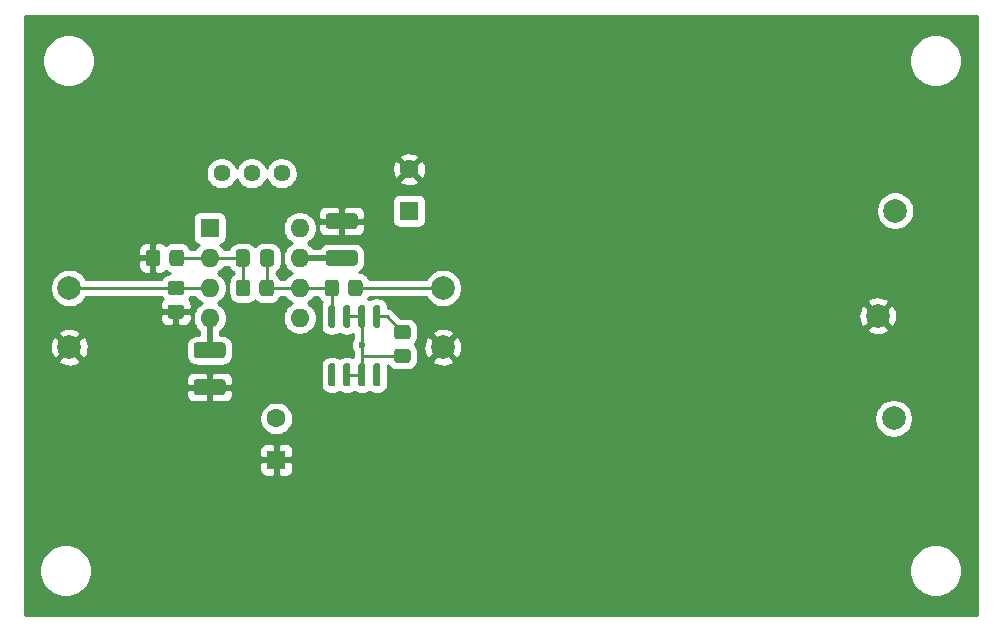
<source format=gbr>
G04 #@! TF.GenerationSoftware,KiCad,Pcbnew,(5.1.10-0-10_14)*
G04 #@! TF.CreationDate,2021-10-31T18:18:55+01:00*
G04 #@! TF.ProjectId,pre-amp-opa627,7072652d-616d-4702-9d6f-70613632372e,rev?*
G04 #@! TF.SameCoordinates,Original*
G04 #@! TF.FileFunction,Copper,L1,Top*
G04 #@! TF.FilePolarity,Positive*
%FSLAX46Y46*%
G04 Gerber Fmt 4.6, Leading zero omitted, Abs format (unit mm)*
G04 Created by KiCad (PCBNEW (5.1.10-0-10_14)) date 2021-10-31 18:18:55*
%MOMM*%
%LPD*%
G01*
G04 APERTURE LIST*
G04 #@! TA.AperFunction,ComponentPad*
%ADD10C,1.440000*%
G04 #@! TD*
G04 #@! TA.AperFunction,ComponentPad*
%ADD11O,1.600000X1.600000*%
G04 #@! TD*
G04 #@! TA.AperFunction,ComponentPad*
%ADD12R,1.600000X1.600000*%
G04 #@! TD*
G04 #@! TA.AperFunction,ComponentPad*
%ADD13C,1.600000*%
G04 #@! TD*
G04 #@! TA.AperFunction,ComponentPad*
%ADD14C,2.000000*%
G04 #@! TD*
G04 #@! TA.AperFunction,ViaPad*
%ADD15C,0.600000*%
G04 #@! TD*
G04 #@! TA.AperFunction,Conductor*
%ADD16C,0.500000*%
G04 #@! TD*
G04 #@! TA.AperFunction,Conductor*
%ADD17C,0.250000*%
G04 #@! TD*
G04 #@! TA.AperFunction,Conductor*
%ADD18C,0.254000*%
G04 #@! TD*
G04 #@! TA.AperFunction,Conductor*
%ADD19C,0.100000*%
G04 #@! TD*
G04 APERTURE END LIST*
G04 #@! TA.AperFunction,SMDPad,CuDef*
G36*
G01*
X154045499Y-124717000D02*
X154945501Y-124717000D01*
G75*
G02*
X155195500Y-124966999I0J-249999D01*
G01*
X155195500Y-125667001D01*
G75*
G02*
X154945501Y-125917000I-249999J0D01*
G01*
X154045499Y-125917000D01*
G75*
G02*
X153795500Y-125667001I0J249999D01*
G01*
X153795500Y-124966999D01*
G75*
G02*
X154045499Y-124717000I249999J0D01*
G01*
G37*
G04 #@! TD.AperFunction*
G04 #@! TA.AperFunction,SMDPad,CuDef*
G36*
G01*
X154045499Y-122717000D02*
X154945501Y-122717000D01*
G75*
G02*
X155195500Y-122966999I0J-249999D01*
G01*
X155195500Y-123667001D01*
G75*
G02*
X154945501Y-123917000I-249999J0D01*
G01*
X154045499Y-123917000D01*
G75*
G02*
X153795500Y-123667001I0J249999D01*
G01*
X153795500Y-122966999D01*
G75*
G02*
X154045499Y-122717000I249999J0D01*
G01*
G37*
G04 #@! TD.AperFunction*
G04 #@! TA.AperFunction,SMDPad,CuDef*
G36*
G01*
X152186500Y-125958500D02*
X152486500Y-125958500D01*
G75*
G02*
X152636500Y-126108500I0J-150000D01*
G01*
X152636500Y-127758500D01*
G75*
G02*
X152486500Y-127908500I-150000J0D01*
G01*
X152186500Y-127908500D01*
G75*
G02*
X152036500Y-127758500I0J150000D01*
G01*
X152036500Y-126108500D01*
G75*
G02*
X152186500Y-125958500I150000J0D01*
G01*
G37*
G04 #@! TD.AperFunction*
G04 #@! TA.AperFunction,SMDPad,CuDef*
G36*
G01*
X150916500Y-125958500D02*
X151216500Y-125958500D01*
G75*
G02*
X151366500Y-126108500I0J-150000D01*
G01*
X151366500Y-127758500D01*
G75*
G02*
X151216500Y-127908500I-150000J0D01*
G01*
X150916500Y-127908500D01*
G75*
G02*
X150766500Y-127758500I0J150000D01*
G01*
X150766500Y-126108500D01*
G75*
G02*
X150916500Y-125958500I150000J0D01*
G01*
G37*
G04 #@! TD.AperFunction*
G04 #@! TA.AperFunction,SMDPad,CuDef*
G36*
G01*
X149646500Y-125958500D02*
X149946500Y-125958500D01*
G75*
G02*
X150096500Y-126108500I0J-150000D01*
G01*
X150096500Y-127758500D01*
G75*
G02*
X149946500Y-127908500I-150000J0D01*
G01*
X149646500Y-127908500D01*
G75*
G02*
X149496500Y-127758500I0J150000D01*
G01*
X149496500Y-126108500D01*
G75*
G02*
X149646500Y-125958500I150000J0D01*
G01*
G37*
G04 #@! TD.AperFunction*
G04 #@! TA.AperFunction,SMDPad,CuDef*
G36*
G01*
X148376500Y-125958500D02*
X148676500Y-125958500D01*
G75*
G02*
X148826500Y-126108500I0J-150000D01*
G01*
X148826500Y-127758500D01*
G75*
G02*
X148676500Y-127908500I-150000J0D01*
G01*
X148376500Y-127908500D01*
G75*
G02*
X148226500Y-127758500I0J150000D01*
G01*
X148226500Y-126108500D01*
G75*
G02*
X148376500Y-125958500I150000J0D01*
G01*
G37*
G04 #@! TD.AperFunction*
G04 #@! TA.AperFunction,SMDPad,CuDef*
G36*
G01*
X148376500Y-121008500D02*
X148676500Y-121008500D01*
G75*
G02*
X148826500Y-121158500I0J-150000D01*
G01*
X148826500Y-122808500D01*
G75*
G02*
X148676500Y-122958500I-150000J0D01*
G01*
X148376500Y-122958500D01*
G75*
G02*
X148226500Y-122808500I0J150000D01*
G01*
X148226500Y-121158500D01*
G75*
G02*
X148376500Y-121008500I150000J0D01*
G01*
G37*
G04 #@! TD.AperFunction*
G04 #@! TA.AperFunction,SMDPad,CuDef*
G36*
G01*
X149646500Y-121008500D02*
X149946500Y-121008500D01*
G75*
G02*
X150096500Y-121158500I0J-150000D01*
G01*
X150096500Y-122808500D01*
G75*
G02*
X149946500Y-122958500I-150000J0D01*
G01*
X149646500Y-122958500D01*
G75*
G02*
X149496500Y-122808500I0J150000D01*
G01*
X149496500Y-121158500D01*
G75*
G02*
X149646500Y-121008500I150000J0D01*
G01*
G37*
G04 #@! TD.AperFunction*
G04 #@! TA.AperFunction,SMDPad,CuDef*
G36*
G01*
X150916500Y-121008500D02*
X151216500Y-121008500D01*
G75*
G02*
X151366500Y-121158500I0J-150000D01*
G01*
X151366500Y-122808500D01*
G75*
G02*
X151216500Y-122958500I-150000J0D01*
G01*
X150916500Y-122958500D01*
G75*
G02*
X150766500Y-122808500I0J150000D01*
G01*
X150766500Y-121158500D01*
G75*
G02*
X150916500Y-121008500I150000J0D01*
G01*
G37*
G04 #@! TD.AperFunction*
G04 #@! TA.AperFunction,SMDPad,CuDef*
G36*
G01*
X152186500Y-121008500D02*
X152486500Y-121008500D01*
G75*
G02*
X152636500Y-121158500I0J-150000D01*
G01*
X152636500Y-122808500D01*
G75*
G02*
X152486500Y-122958500I-150000J0D01*
G01*
X152186500Y-122958500D01*
G75*
G02*
X152036500Y-122808500I0J150000D01*
G01*
X152036500Y-121158500D01*
G75*
G02*
X152186500Y-121008500I150000J0D01*
G01*
G37*
G04 #@! TD.AperFunction*
D10*
X144272000Y-109855000D03*
X141732000Y-109855000D03*
X139192000Y-109855000D03*
G04 #@! TA.AperFunction,SMDPad,CuDef*
G36*
G01*
X141602000Y-119120499D02*
X141602000Y-120020501D01*
G75*
G02*
X141352001Y-120270500I-249999J0D01*
G01*
X140651999Y-120270500D01*
G75*
G02*
X140402000Y-120020501I0J249999D01*
G01*
X140402000Y-119120499D01*
G75*
G02*
X140651999Y-118870500I249999J0D01*
G01*
X141352001Y-118870500D01*
G75*
G02*
X141602000Y-119120499I0J-249999D01*
G01*
G37*
G04 #@! TD.AperFunction*
G04 #@! TA.AperFunction,SMDPad,CuDef*
G36*
G01*
X143602000Y-119120499D02*
X143602000Y-120020501D01*
G75*
G02*
X143352001Y-120270500I-249999J0D01*
G01*
X142651999Y-120270500D01*
G75*
G02*
X142402000Y-120020501I0J249999D01*
G01*
X142402000Y-119120499D01*
G75*
G02*
X142651999Y-118870500I249999J0D01*
G01*
X143352001Y-118870500D01*
G75*
G02*
X143602000Y-119120499I0J-249999D01*
G01*
G37*
G04 #@! TD.AperFunction*
G04 #@! TA.AperFunction,SMDPad,CuDef*
G36*
G01*
X134782000Y-117480501D02*
X134782000Y-116580499D01*
G75*
G02*
X135031999Y-116330500I249999J0D01*
G01*
X135732001Y-116330500D01*
G75*
G02*
X135982000Y-116580499I0J-249999D01*
G01*
X135982000Y-117480501D01*
G75*
G02*
X135732001Y-117730500I-249999J0D01*
G01*
X135031999Y-117730500D01*
G75*
G02*
X134782000Y-117480501I0J249999D01*
G01*
G37*
G04 #@! TD.AperFunction*
G04 #@! TA.AperFunction,SMDPad,CuDef*
G36*
G01*
X132782000Y-117480501D02*
X132782000Y-116580499D01*
G75*
G02*
X133031999Y-116330500I249999J0D01*
G01*
X133732001Y-116330500D01*
G75*
G02*
X133982000Y-116580499I0J-249999D01*
G01*
X133982000Y-117480501D01*
G75*
G02*
X133732001Y-117730500I-249999J0D01*
G01*
X133031999Y-117730500D01*
G75*
G02*
X132782000Y-117480501I0J249999D01*
G01*
G37*
G04 #@! TD.AperFunction*
D11*
X145796000Y-114490500D03*
X138176000Y-122110500D03*
X145796000Y-117030500D03*
X138176000Y-119570500D03*
X145796000Y-119570500D03*
X138176000Y-117030500D03*
X145796000Y-122110500D03*
D12*
X138176000Y-114490500D03*
G04 #@! TA.AperFunction,SMDPad,CuDef*
G36*
G01*
X142457500Y-117505500D02*
X142457500Y-116555500D01*
G75*
G02*
X142707500Y-116305500I250000J0D01*
G01*
X143382500Y-116305500D01*
G75*
G02*
X143632500Y-116555500I0J-250000D01*
G01*
X143632500Y-117505500D01*
G75*
G02*
X143382500Y-117755500I-250000J0D01*
G01*
X142707500Y-117755500D01*
G75*
G02*
X142457500Y-117505500I0J250000D01*
G01*
G37*
G04 #@! TD.AperFunction*
G04 #@! TA.AperFunction,SMDPad,CuDef*
G36*
G01*
X140382500Y-117505500D02*
X140382500Y-116555500D01*
G75*
G02*
X140632500Y-116305500I250000J0D01*
G01*
X141307500Y-116305500D01*
G75*
G02*
X141557500Y-116555500I0J-250000D01*
G01*
X141557500Y-117505500D01*
G75*
G02*
X141307500Y-117755500I-250000J0D01*
G01*
X140632500Y-117755500D01*
G75*
G02*
X140382500Y-117505500I0J250000D01*
G01*
G37*
G04 #@! TD.AperFunction*
D13*
X143827500Y-130619500D03*
D12*
X143827500Y-134119500D03*
D13*
X155067000Y-109530000D03*
D12*
X155067000Y-113030000D03*
G04 #@! TA.AperFunction,SMDPad,CuDef*
G36*
G01*
X137075999Y-127303500D02*
X139276001Y-127303500D01*
G75*
G02*
X139526000Y-127553499I0J-249999D01*
G01*
X139526000Y-128378501D01*
G75*
G02*
X139276001Y-128628500I-249999J0D01*
G01*
X137075999Y-128628500D01*
G75*
G02*
X136826000Y-128378501I0J249999D01*
G01*
X136826000Y-127553499D01*
G75*
G02*
X137075999Y-127303500I249999J0D01*
G01*
G37*
G04 #@! TD.AperFunction*
G04 #@! TA.AperFunction,SMDPad,CuDef*
G36*
G01*
X137075999Y-124178500D02*
X139276001Y-124178500D01*
G75*
G02*
X139526000Y-124428499I0J-249999D01*
G01*
X139526000Y-125253501D01*
G75*
G02*
X139276001Y-125503500I-249999J0D01*
G01*
X137075999Y-125503500D01*
G75*
G02*
X136826000Y-125253501I0J249999D01*
G01*
X136826000Y-124428499D01*
G75*
G02*
X137075999Y-124178500I249999J0D01*
G01*
G37*
G04 #@! TD.AperFunction*
G04 #@! TA.AperFunction,SMDPad,CuDef*
G36*
G01*
X148251999Y-116368000D02*
X150452001Y-116368000D01*
G75*
G02*
X150702000Y-116617999I0J-249999D01*
G01*
X150702000Y-117443001D01*
G75*
G02*
X150452001Y-117693000I-249999J0D01*
G01*
X148251999Y-117693000D01*
G75*
G02*
X148002000Y-117443001I0J249999D01*
G01*
X148002000Y-116617999D01*
G75*
G02*
X148251999Y-116368000I249999J0D01*
G01*
G37*
G04 #@! TD.AperFunction*
G04 #@! TA.AperFunction,SMDPad,CuDef*
G36*
G01*
X148251999Y-113243000D02*
X150452001Y-113243000D01*
G75*
G02*
X150702000Y-113492999I0J-249999D01*
G01*
X150702000Y-114318001D01*
G75*
G02*
X150452001Y-114568000I-249999J0D01*
G01*
X148251999Y-114568000D01*
G75*
G02*
X148002000Y-114318001I0J249999D01*
G01*
X148002000Y-113492999D01*
G75*
G02*
X148251999Y-113243000I249999J0D01*
G01*
G37*
G04 #@! TD.AperFunction*
D14*
X194754500Y-121920000D03*
X196215000Y-113030000D03*
X196088000Y-130619500D03*
X157924500Y-124587000D03*
X157924500Y-119570500D03*
X126301500Y-124587000D03*
X126301500Y-119570500D03*
G04 #@! TA.AperFunction,SMDPad,CuDef*
G36*
G01*
X134868499Y-120970500D02*
X135768501Y-120970500D01*
G75*
G02*
X136018500Y-121220499I0J-249999D01*
G01*
X136018500Y-121920501D01*
G75*
G02*
X135768501Y-122170500I-249999J0D01*
G01*
X134868499Y-122170500D01*
G75*
G02*
X134618500Y-121920501I0J249999D01*
G01*
X134618500Y-121220499D01*
G75*
G02*
X134868499Y-120970500I249999J0D01*
G01*
G37*
G04 #@! TD.AperFunction*
G04 #@! TA.AperFunction,SMDPad,CuDef*
G36*
G01*
X134868499Y-118970500D02*
X135768501Y-118970500D01*
G75*
G02*
X136018500Y-119220499I0J-249999D01*
G01*
X136018500Y-119920501D01*
G75*
G02*
X135768501Y-120170500I-249999J0D01*
G01*
X134868499Y-120170500D01*
G75*
G02*
X134618500Y-119920501I0J249999D01*
G01*
X134618500Y-119220499D01*
G75*
G02*
X134868499Y-118970500I249999J0D01*
G01*
G37*
G04 #@! TD.AperFunction*
G04 #@! TA.AperFunction,SMDPad,CuDef*
G36*
G01*
X149126500Y-119120499D02*
X149126500Y-120020501D01*
G75*
G02*
X148876501Y-120270500I-249999J0D01*
G01*
X148176499Y-120270500D01*
G75*
G02*
X147926500Y-120020501I0J249999D01*
G01*
X147926500Y-119120499D01*
G75*
G02*
X148176499Y-118870500I249999J0D01*
G01*
X148876501Y-118870500D01*
G75*
G02*
X149126500Y-119120499I0J-249999D01*
G01*
G37*
G04 #@! TD.AperFunction*
G04 #@! TA.AperFunction,SMDPad,CuDef*
G36*
G01*
X151126500Y-119120499D02*
X151126500Y-120020501D01*
G75*
G02*
X150876501Y-120270500I-249999J0D01*
G01*
X150176499Y-120270500D01*
G75*
G02*
X149926500Y-120020501I0J249999D01*
G01*
X149926500Y-119120499D01*
G75*
G02*
X150176499Y-118870500I249999J0D01*
G01*
X150876501Y-118870500D01*
G75*
G02*
X151126500Y-119120499I0J-249999D01*
G01*
G37*
G04 #@! TD.AperFunction*
D15*
X151066500Y-124396500D03*
D16*
X149352000Y-117030500D02*
X145796000Y-117030500D01*
X138176000Y-124841000D02*
X138176000Y-122110500D01*
D17*
X149796500Y-126933500D02*
X151066500Y-126933500D01*
X149796500Y-121983500D02*
X151066500Y-121983500D01*
X151098500Y-125317000D02*
X151066500Y-125349000D01*
X154495500Y-125317000D02*
X151098500Y-125317000D01*
X151066500Y-125349000D02*
X151066500Y-124396500D01*
X151066500Y-126933500D02*
X151066500Y-125349000D01*
X151066500Y-124396500D02*
X151066500Y-121983500D01*
X143002000Y-117073500D02*
X143045000Y-117030500D01*
X143002000Y-119570500D02*
X143002000Y-117073500D01*
X145796000Y-119570500D02*
X143002000Y-119570500D01*
X148526500Y-119570500D02*
X145796000Y-119570500D01*
X148526500Y-121983500D02*
X148526500Y-119570500D01*
X138176000Y-117030500D02*
X135382000Y-117030500D01*
X138176000Y-117030500D02*
X140970000Y-117030500D01*
X141002000Y-117062500D02*
X140970000Y-117030500D01*
X141002000Y-119570500D02*
X141002000Y-117062500D01*
X126301500Y-119570500D02*
X135318500Y-119570500D01*
X135318500Y-119570500D02*
X138176000Y-119570500D01*
X150526500Y-119570500D02*
X157924500Y-119570500D01*
X153162000Y-121983500D02*
X154495500Y-123317000D01*
X152336500Y-121983500D02*
X153162000Y-121983500D01*
D18*
X203175000Y-147295000D02*
X122580000Y-147295000D01*
X122580000Y-143289872D01*
X123749000Y-143289872D01*
X123749000Y-143730128D01*
X123834890Y-144161925D01*
X124003369Y-144568669D01*
X124247962Y-144934729D01*
X124559271Y-145246038D01*
X124925331Y-145490631D01*
X125332075Y-145659110D01*
X125763872Y-145745000D01*
X126204128Y-145745000D01*
X126635925Y-145659110D01*
X127042669Y-145490631D01*
X127408729Y-145246038D01*
X127720038Y-144934729D01*
X127964631Y-144568669D01*
X128133110Y-144161925D01*
X128219000Y-143730128D01*
X128219000Y-143289872D01*
X197409000Y-143289872D01*
X197409000Y-143730128D01*
X197494890Y-144161925D01*
X197663369Y-144568669D01*
X197907962Y-144934729D01*
X198219271Y-145246038D01*
X198585331Y-145490631D01*
X198992075Y-145659110D01*
X199423872Y-145745000D01*
X199864128Y-145745000D01*
X200295925Y-145659110D01*
X200702669Y-145490631D01*
X201068729Y-145246038D01*
X201380038Y-144934729D01*
X201624631Y-144568669D01*
X201793110Y-144161925D01*
X201879000Y-143730128D01*
X201879000Y-143289872D01*
X201793110Y-142858075D01*
X201624631Y-142451331D01*
X201380038Y-142085271D01*
X201068729Y-141773962D01*
X200702669Y-141529369D01*
X200295925Y-141360890D01*
X199864128Y-141275000D01*
X199423872Y-141275000D01*
X198992075Y-141360890D01*
X198585331Y-141529369D01*
X198219271Y-141773962D01*
X197907962Y-142085271D01*
X197663369Y-142451331D01*
X197494890Y-142858075D01*
X197409000Y-143289872D01*
X128219000Y-143289872D01*
X128133110Y-142858075D01*
X127964631Y-142451331D01*
X127720038Y-142085271D01*
X127408729Y-141773962D01*
X127042669Y-141529369D01*
X126635925Y-141360890D01*
X126204128Y-141275000D01*
X125763872Y-141275000D01*
X125332075Y-141360890D01*
X124925331Y-141529369D01*
X124559271Y-141773962D01*
X124247962Y-142085271D01*
X124003369Y-142451331D01*
X123834890Y-142858075D01*
X123749000Y-143289872D01*
X122580000Y-143289872D01*
X122580000Y-134919500D01*
X142389428Y-134919500D01*
X142401688Y-135043982D01*
X142437998Y-135163680D01*
X142496963Y-135273994D01*
X142576315Y-135370685D01*
X142673006Y-135450037D01*
X142783320Y-135509002D01*
X142903018Y-135545312D01*
X143027500Y-135557572D01*
X143541750Y-135554500D01*
X143700500Y-135395750D01*
X143700500Y-134246500D01*
X143954500Y-134246500D01*
X143954500Y-135395750D01*
X144113250Y-135554500D01*
X144627500Y-135557572D01*
X144751982Y-135545312D01*
X144871680Y-135509002D01*
X144981994Y-135450037D01*
X145078685Y-135370685D01*
X145158037Y-135273994D01*
X145217002Y-135163680D01*
X145253312Y-135043982D01*
X145265572Y-134919500D01*
X145262500Y-134405250D01*
X145103750Y-134246500D01*
X143954500Y-134246500D01*
X143700500Y-134246500D01*
X142551250Y-134246500D01*
X142392500Y-134405250D01*
X142389428Y-134919500D01*
X122580000Y-134919500D01*
X122580000Y-133319500D01*
X142389428Y-133319500D01*
X142392500Y-133833750D01*
X142551250Y-133992500D01*
X143700500Y-133992500D01*
X143700500Y-132843250D01*
X143954500Y-132843250D01*
X143954500Y-133992500D01*
X145103750Y-133992500D01*
X145262500Y-133833750D01*
X145265572Y-133319500D01*
X145253312Y-133195018D01*
X145217002Y-133075320D01*
X145158037Y-132965006D01*
X145078685Y-132868315D01*
X144981994Y-132788963D01*
X144871680Y-132729998D01*
X144751982Y-132693688D01*
X144627500Y-132681428D01*
X144113250Y-132684500D01*
X143954500Y-132843250D01*
X143700500Y-132843250D01*
X143541750Y-132684500D01*
X143027500Y-132681428D01*
X142903018Y-132693688D01*
X142783320Y-132729998D01*
X142673006Y-132788963D01*
X142576315Y-132868315D01*
X142496963Y-132965006D01*
X142437998Y-133075320D01*
X142401688Y-133195018D01*
X142389428Y-133319500D01*
X122580000Y-133319500D01*
X122580000Y-130478165D01*
X142392500Y-130478165D01*
X142392500Y-130760835D01*
X142447647Y-131038074D01*
X142555820Y-131299227D01*
X142712863Y-131534259D01*
X142912741Y-131734137D01*
X143147773Y-131891180D01*
X143408926Y-131999353D01*
X143686165Y-132054500D01*
X143968835Y-132054500D01*
X144246074Y-131999353D01*
X144507227Y-131891180D01*
X144742259Y-131734137D01*
X144942137Y-131534259D01*
X145099180Y-131299227D01*
X145207353Y-131038074D01*
X145262500Y-130760835D01*
X145262500Y-130478165D01*
X145258582Y-130458467D01*
X194453000Y-130458467D01*
X194453000Y-130780533D01*
X194515832Y-131096412D01*
X194639082Y-131393963D01*
X194818013Y-131661752D01*
X195045748Y-131889487D01*
X195313537Y-132068418D01*
X195611088Y-132191668D01*
X195926967Y-132254500D01*
X196249033Y-132254500D01*
X196564912Y-132191668D01*
X196862463Y-132068418D01*
X197130252Y-131889487D01*
X197357987Y-131661752D01*
X197536918Y-131393963D01*
X197660168Y-131096412D01*
X197723000Y-130780533D01*
X197723000Y-130458467D01*
X197660168Y-130142588D01*
X197536918Y-129845037D01*
X197357987Y-129577248D01*
X197130252Y-129349513D01*
X196862463Y-129170582D01*
X196564912Y-129047332D01*
X196249033Y-128984500D01*
X195926967Y-128984500D01*
X195611088Y-129047332D01*
X195313537Y-129170582D01*
X195045748Y-129349513D01*
X194818013Y-129577248D01*
X194639082Y-129845037D01*
X194515832Y-130142588D01*
X194453000Y-130458467D01*
X145258582Y-130458467D01*
X145207353Y-130200926D01*
X145099180Y-129939773D01*
X144942137Y-129704741D01*
X144742259Y-129504863D01*
X144507227Y-129347820D01*
X144246074Y-129239647D01*
X143968835Y-129184500D01*
X143686165Y-129184500D01*
X143408926Y-129239647D01*
X143147773Y-129347820D01*
X142912741Y-129504863D01*
X142712863Y-129704741D01*
X142555820Y-129939773D01*
X142447647Y-130200926D01*
X142392500Y-130478165D01*
X122580000Y-130478165D01*
X122580000Y-128628500D01*
X136187928Y-128628500D01*
X136200188Y-128752982D01*
X136236498Y-128872680D01*
X136295463Y-128982994D01*
X136374815Y-129079685D01*
X136471506Y-129159037D01*
X136581820Y-129218002D01*
X136701518Y-129254312D01*
X136826000Y-129266572D01*
X137890250Y-129263500D01*
X138049000Y-129104750D01*
X138049000Y-128093000D01*
X138303000Y-128093000D01*
X138303000Y-129104750D01*
X138461750Y-129263500D01*
X139526000Y-129266572D01*
X139650482Y-129254312D01*
X139770180Y-129218002D01*
X139880494Y-129159037D01*
X139977185Y-129079685D01*
X140056537Y-128982994D01*
X140115502Y-128872680D01*
X140151812Y-128752982D01*
X140164072Y-128628500D01*
X140161000Y-128251750D01*
X140002250Y-128093000D01*
X138303000Y-128093000D01*
X138049000Y-128093000D01*
X136349750Y-128093000D01*
X136191000Y-128251750D01*
X136187928Y-128628500D01*
X122580000Y-128628500D01*
X122580000Y-127303500D01*
X136187928Y-127303500D01*
X136191000Y-127680250D01*
X136349750Y-127839000D01*
X138049000Y-127839000D01*
X138049000Y-126827250D01*
X138303000Y-126827250D01*
X138303000Y-127839000D01*
X140002250Y-127839000D01*
X140161000Y-127680250D01*
X140164072Y-127303500D01*
X140151812Y-127179018D01*
X140115502Y-127059320D01*
X140056537Y-126949006D01*
X139977185Y-126852315D01*
X139880494Y-126772963D01*
X139770180Y-126713998D01*
X139650482Y-126677688D01*
X139526000Y-126665428D01*
X138461750Y-126668500D01*
X138303000Y-126827250D01*
X138049000Y-126827250D01*
X137890250Y-126668500D01*
X136826000Y-126665428D01*
X136701518Y-126677688D01*
X136581820Y-126713998D01*
X136471506Y-126772963D01*
X136374815Y-126852315D01*
X136295463Y-126949006D01*
X136236498Y-127059320D01*
X136200188Y-127179018D01*
X136187928Y-127303500D01*
X122580000Y-127303500D01*
X122580000Y-125722413D01*
X125345692Y-125722413D01*
X125441456Y-125986814D01*
X125731071Y-126127704D01*
X126042608Y-126209384D01*
X126364095Y-126228718D01*
X126683175Y-126184961D01*
X126987588Y-126079795D01*
X127161544Y-125986814D01*
X127257308Y-125722413D01*
X126301500Y-124766605D01*
X125345692Y-125722413D01*
X122580000Y-125722413D01*
X122580000Y-124649595D01*
X124659782Y-124649595D01*
X124703539Y-124968675D01*
X124808705Y-125273088D01*
X124901686Y-125447044D01*
X125166087Y-125542808D01*
X126121895Y-124587000D01*
X126481105Y-124587000D01*
X127436913Y-125542808D01*
X127701314Y-125447044D01*
X127842204Y-125157429D01*
X127923884Y-124845892D01*
X127943218Y-124524405D01*
X127899461Y-124205325D01*
X127794295Y-123900912D01*
X127701314Y-123726956D01*
X127436913Y-123631192D01*
X126481105Y-124587000D01*
X126121895Y-124587000D01*
X125166087Y-123631192D01*
X124901686Y-123726956D01*
X124760796Y-124016571D01*
X124679116Y-124328108D01*
X124659782Y-124649595D01*
X122580000Y-124649595D01*
X122580000Y-123451587D01*
X125345692Y-123451587D01*
X126301500Y-124407395D01*
X127257308Y-123451587D01*
X127161544Y-123187186D01*
X126871929Y-123046296D01*
X126560392Y-122964616D01*
X126238905Y-122945282D01*
X125919825Y-122989039D01*
X125615412Y-123094205D01*
X125441456Y-123187186D01*
X125345692Y-123451587D01*
X122580000Y-123451587D01*
X122580000Y-122170500D01*
X133980428Y-122170500D01*
X133992688Y-122294982D01*
X134028998Y-122414680D01*
X134087963Y-122524994D01*
X134167315Y-122621685D01*
X134264006Y-122701037D01*
X134374320Y-122760002D01*
X134494018Y-122796312D01*
X134618500Y-122808572D01*
X135032750Y-122805500D01*
X135191500Y-122646750D01*
X135191500Y-121697500D01*
X135445500Y-121697500D01*
X135445500Y-122646750D01*
X135604250Y-122805500D01*
X136018500Y-122808572D01*
X136142982Y-122796312D01*
X136262680Y-122760002D01*
X136372994Y-122701037D01*
X136469685Y-122621685D01*
X136549037Y-122524994D01*
X136608002Y-122414680D01*
X136644312Y-122294982D01*
X136656572Y-122170500D01*
X136653500Y-121856250D01*
X136494750Y-121697500D01*
X135445500Y-121697500D01*
X135191500Y-121697500D01*
X134142250Y-121697500D01*
X133983500Y-121856250D01*
X133980428Y-122170500D01*
X122580000Y-122170500D01*
X122580000Y-119409467D01*
X124666500Y-119409467D01*
X124666500Y-119731533D01*
X124729332Y-120047412D01*
X124852582Y-120344963D01*
X125031513Y-120612752D01*
X125259248Y-120840487D01*
X125527037Y-121019418D01*
X125824588Y-121142668D01*
X126140467Y-121205500D01*
X126462533Y-121205500D01*
X126778412Y-121142668D01*
X127075963Y-121019418D01*
X127343752Y-120840487D01*
X127571487Y-120612752D01*
X127750418Y-120344963D01*
X127756409Y-120330500D01*
X134085524Y-120330500D01*
X134130095Y-120413887D01*
X134196776Y-120495137D01*
X134167315Y-120519315D01*
X134087963Y-120616006D01*
X134028998Y-120726320D01*
X133992688Y-120846018D01*
X133980428Y-120970500D01*
X133983500Y-121284750D01*
X134142250Y-121443500D01*
X135191500Y-121443500D01*
X135191500Y-121423500D01*
X135445500Y-121423500D01*
X135445500Y-121443500D01*
X136494750Y-121443500D01*
X136653500Y-121284750D01*
X136656572Y-120970500D01*
X136644312Y-120846018D01*
X136608002Y-120726320D01*
X136549037Y-120616006D01*
X136469685Y-120519315D01*
X136440224Y-120495137D01*
X136506905Y-120413887D01*
X136551476Y-120330500D01*
X136957957Y-120330500D01*
X137061363Y-120485259D01*
X137261241Y-120685137D01*
X137493759Y-120840500D01*
X137261241Y-120995863D01*
X137061363Y-121195741D01*
X136904320Y-121430773D01*
X136796147Y-121691926D01*
X136741000Y-121969165D01*
X136741000Y-122251835D01*
X136796147Y-122529074D01*
X136904320Y-122790227D01*
X137061363Y-123025259D01*
X137261241Y-123225137D01*
X137291001Y-123245022D01*
X137291000Y-123540428D01*
X137075999Y-123540428D01*
X136902745Y-123557492D01*
X136736149Y-123608028D01*
X136582613Y-123690095D01*
X136448038Y-123800538D01*
X136337595Y-123935113D01*
X136255528Y-124088649D01*
X136204992Y-124255245D01*
X136187928Y-124428499D01*
X136187928Y-125253501D01*
X136204992Y-125426755D01*
X136255528Y-125593351D01*
X136337595Y-125746887D01*
X136448038Y-125881462D01*
X136582613Y-125991905D01*
X136736149Y-126073972D01*
X136902745Y-126124508D01*
X137075999Y-126141572D01*
X139276001Y-126141572D01*
X139449255Y-126124508D01*
X139615851Y-126073972D01*
X139769387Y-125991905D01*
X139903962Y-125881462D01*
X140014405Y-125746887D01*
X140096472Y-125593351D01*
X140147008Y-125426755D01*
X140164072Y-125253501D01*
X140164072Y-124428499D01*
X140147008Y-124255245D01*
X140096472Y-124088649D01*
X140014405Y-123935113D01*
X139903962Y-123800538D01*
X139769387Y-123690095D01*
X139615851Y-123608028D01*
X139449255Y-123557492D01*
X139276001Y-123540428D01*
X139061000Y-123540428D01*
X139061000Y-123245021D01*
X139090759Y-123225137D01*
X139290637Y-123025259D01*
X139447680Y-122790227D01*
X139555853Y-122529074D01*
X139611000Y-122251835D01*
X139611000Y-121969165D01*
X139555853Y-121691926D01*
X139447680Y-121430773D01*
X139290637Y-121195741D01*
X139090759Y-120995863D01*
X138858241Y-120840500D01*
X139090759Y-120685137D01*
X139290637Y-120485259D01*
X139447680Y-120250227D01*
X139555853Y-119989074D01*
X139611000Y-119711835D01*
X139611000Y-119429165D01*
X139555853Y-119151926D01*
X139447680Y-118890773D01*
X139290637Y-118655741D01*
X139090759Y-118455863D01*
X138858241Y-118300500D01*
X139090759Y-118145137D01*
X139290637Y-117945259D01*
X139394043Y-117790500D01*
X139795390Y-117790500D01*
X139812028Y-117845350D01*
X139894095Y-117998886D01*
X140004538Y-118133462D01*
X140139114Y-118243905D01*
X140242001Y-118298899D01*
X140242000Y-118337523D01*
X140158613Y-118382095D01*
X140024038Y-118492538D01*
X139913595Y-118627113D01*
X139831528Y-118780649D01*
X139780992Y-118947245D01*
X139763928Y-119120499D01*
X139763928Y-120020501D01*
X139780992Y-120193755D01*
X139831528Y-120360351D01*
X139913595Y-120513887D01*
X140024038Y-120648462D01*
X140158613Y-120758905D01*
X140312149Y-120840972D01*
X140478745Y-120891508D01*
X140651999Y-120908572D01*
X141352001Y-120908572D01*
X141525255Y-120891508D01*
X141691851Y-120840972D01*
X141845387Y-120758905D01*
X141979962Y-120648462D01*
X142002000Y-120621609D01*
X142024038Y-120648462D01*
X142158613Y-120758905D01*
X142312149Y-120840972D01*
X142478745Y-120891508D01*
X142651999Y-120908572D01*
X143352001Y-120908572D01*
X143525255Y-120891508D01*
X143691851Y-120840972D01*
X143845387Y-120758905D01*
X143979962Y-120648462D01*
X144090405Y-120513887D01*
X144172472Y-120360351D01*
X144181527Y-120330500D01*
X144577957Y-120330500D01*
X144681363Y-120485259D01*
X144881241Y-120685137D01*
X145113759Y-120840500D01*
X144881241Y-120995863D01*
X144681363Y-121195741D01*
X144524320Y-121430773D01*
X144416147Y-121691926D01*
X144361000Y-121969165D01*
X144361000Y-122251835D01*
X144416147Y-122529074D01*
X144524320Y-122790227D01*
X144681363Y-123025259D01*
X144881241Y-123225137D01*
X145116273Y-123382180D01*
X145377426Y-123490353D01*
X145654665Y-123545500D01*
X145937335Y-123545500D01*
X146214574Y-123490353D01*
X146475727Y-123382180D01*
X146710759Y-123225137D01*
X146910637Y-123025259D01*
X147067680Y-122790227D01*
X147175853Y-122529074D01*
X147231000Y-122251835D01*
X147231000Y-121969165D01*
X147175853Y-121691926D01*
X147067680Y-121430773D01*
X146910637Y-121195741D01*
X146710759Y-120995863D01*
X146478241Y-120840500D01*
X146710759Y-120685137D01*
X146910637Y-120485259D01*
X147014043Y-120330500D01*
X147346973Y-120330500D01*
X147356028Y-120360351D01*
X147438095Y-120513887D01*
X147548538Y-120648462D01*
X147683113Y-120758905D01*
X147696874Y-120766260D01*
X147648416Y-120856918D01*
X147603571Y-121004755D01*
X147588428Y-121158500D01*
X147588428Y-122808500D01*
X147603571Y-122962245D01*
X147648416Y-123110082D01*
X147721242Y-123246329D01*
X147819249Y-123365751D01*
X147938671Y-123463758D01*
X148074918Y-123536584D01*
X148222755Y-123581429D01*
X148376500Y-123596572D01*
X148676500Y-123596572D01*
X148830245Y-123581429D01*
X148978082Y-123536584D01*
X149114329Y-123463758D01*
X149161500Y-123425046D01*
X149208671Y-123463758D01*
X149344918Y-123536584D01*
X149492755Y-123581429D01*
X149646500Y-123596572D01*
X149946500Y-123596572D01*
X150100245Y-123581429D01*
X150248082Y-123536584D01*
X150306500Y-123505359D01*
X150306500Y-123850964D01*
X150237914Y-123953611D01*
X150167432Y-124123771D01*
X150131500Y-124304411D01*
X150131500Y-124488589D01*
X150167432Y-124669229D01*
X150237914Y-124839389D01*
X150306500Y-124942036D01*
X150306500Y-125311677D01*
X150302824Y-125349000D01*
X150306500Y-125386322D01*
X150306500Y-125386332D01*
X150306501Y-125386342D01*
X150306501Y-125411642D01*
X150248082Y-125380416D01*
X150100245Y-125335571D01*
X149946500Y-125320428D01*
X149646500Y-125320428D01*
X149492755Y-125335571D01*
X149344918Y-125380416D01*
X149208671Y-125453242D01*
X149161500Y-125491954D01*
X149114329Y-125453242D01*
X148978082Y-125380416D01*
X148830245Y-125335571D01*
X148676500Y-125320428D01*
X148376500Y-125320428D01*
X148222755Y-125335571D01*
X148074918Y-125380416D01*
X147938671Y-125453242D01*
X147819249Y-125551249D01*
X147721242Y-125670671D01*
X147648416Y-125806918D01*
X147603571Y-125954755D01*
X147588428Y-126108500D01*
X147588428Y-127758500D01*
X147603571Y-127912245D01*
X147648416Y-128060082D01*
X147721242Y-128196329D01*
X147819249Y-128315751D01*
X147938671Y-128413758D01*
X148074918Y-128486584D01*
X148222755Y-128531429D01*
X148376500Y-128546572D01*
X148676500Y-128546572D01*
X148830245Y-128531429D01*
X148978082Y-128486584D01*
X149114329Y-128413758D01*
X149161500Y-128375046D01*
X149208671Y-128413758D01*
X149344918Y-128486584D01*
X149492755Y-128531429D01*
X149646500Y-128546572D01*
X149946500Y-128546572D01*
X150100245Y-128531429D01*
X150248082Y-128486584D01*
X150384329Y-128413758D01*
X150431500Y-128375046D01*
X150478671Y-128413758D01*
X150614918Y-128486584D01*
X150762755Y-128531429D01*
X150916500Y-128546572D01*
X151216500Y-128546572D01*
X151370245Y-128531429D01*
X151518082Y-128486584D01*
X151654329Y-128413758D01*
X151701500Y-128375046D01*
X151748671Y-128413758D01*
X151884918Y-128486584D01*
X152032755Y-128531429D01*
X152186500Y-128546572D01*
X152486500Y-128546572D01*
X152640245Y-128531429D01*
X152788082Y-128486584D01*
X152924329Y-128413758D01*
X153043751Y-128315751D01*
X153141758Y-128196329D01*
X153214584Y-128060082D01*
X153259429Y-127912245D01*
X153274572Y-127758500D01*
X153274572Y-126108500D01*
X153273490Y-126097517D01*
X153307095Y-126160387D01*
X153417538Y-126294962D01*
X153552113Y-126405405D01*
X153705649Y-126487472D01*
X153872245Y-126538008D01*
X154045499Y-126555072D01*
X154945501Y-126555072D01*
X155118755Y-126538008D01*
X155285351Y-126487472D01*
X155438887Y-126405405D01*
X155573462Y-126294962D01*
X155683905Y-126160387D01*
X155765972Y-126006851D01*
X155816508Y-125840255D01*
X155828114Y-125722413D01*
X156968692Y-125722413D01*
X157064456Y-125986814D01*
X157354071Y-126127704D01*
X157665608Y-126209384D01*
X157987095Y-126228718D01*
X158306175Y-126184961D01*
X158610588Y-126079795D01*
X158784544Y-125986814D01*
X158880308Y-125722413D01*
X157924500Y-124766605D01*
X156968692Y-125722413D01*
X155828114Y-125722413D01*
X155833572Y-125667001D01*
X155833572Y-124966999D01*
X155816508Y-124793745D01*
X155772781Y-124649595D01*
X156282782Y-124649595D01*
X156326539Y-124968675D01*
X156431705Y-125273088D01*
X156524686Y-125447044D01*
X156789087Y-125542808D01*
X157744895Y-124587000D01*
X158104105Y-124587000D01*
X159059913Y-125542808D01*
X159324314Y-125447044D01*
X159465204Y-125157429D01*
X159546884Y-124845892D01*
X159566218Y-124524405D01*
X159522461Y-124205325D01*
X159417295Y-123900912D01*
X159324314Y-123726956D01*
X159059913Y-123631192D01*
X158104105Y-124587000D01*
X157744895Y-124587000D01*
X156789087Y-123631192D01*
X156524686Y-123726956D01*
X156383796Y-124016571D01*
X156302116Y-124328108D01*
X156282782Y-124649595D01*
X155772781Y-124649595D01*
X155765972Y-124627149D01*
X155683905Y-124473613D01*
X155573462Y-124339038D01*
X155546609Y-124317000D01*
X155573462Y-124294962D01*
X155683905Y-124160387D01*
X155765972Y-124006851D01*
X155816508Y-123840255D01*
X155833572Y-123667001D01*
X155833572Y-123451587D01*
X156968692Y-123451587D01*
X157924500Y-124407395D01*
X158880308Y-123451587D01*
X158784544Y-123187186D01*
X158513671Y-123055413D01*
X193798692Y-123055413D01*
X193894456Y-123319814D01*
X194184071Y-123460704D01*
X194495608Y-123542384D01*
X194817095Y-123561718D01*
X195136175Y-123517961D01*
X195440588Y-123412795D01*
X195614544Y-123319814D01*
X195710308Y-123055413D01*
X194754500Y-122099605D01*
X193798692Y-123055413D01*
X158513671Y-123055413D01*
X158494929Y-123046296D01*
X158183392Y-122964616D01*
X157861905Y-122945282D01*
X157542825Y-122989039D01*
X157238412Y-123094205D01*
X157064456Y-123187186D01*
X156968692Y-123451587D01*
X155833572Y-123451587D01*
X155833572Y-122966999D01*
X155816508Y-122793745D01*
X155765972Y-122627149D01*
X155683905Y-122473613D01*
X155573462Y-122339038D01*
X155438887Y-122228595D01*
X155285351Y-122146528D01*
X155118755Y-122095992D01*
X154945501Y-122078928D01*
X154332229Y-122078928D01*
X154235896Y-121982595D01*
X193112782Y-121982595D01*
X193156539Y-122301675D01*
X193261705Y-122606088D01*
X193354686Y-122780044D01*
X193619087Y-122875808D01*
X194574895Y-121920000D01*
X194934105Y-121920000D01*
X195889913Y-122875808D01*
X196154314Y-122780044D01*
X196295204Y-122490429D01*
X196376884Y-122178892D01*
X196396218Y-121857405D01*
X196352461Y-121538325D01*
X196247295Y-121233912D01*
X196154314Y-121059956D01*
X195889913Y-120964192D01*
X194934105Y-121920000D01*
X194574895Y-121920000D01*
X193619087Y-120964192D01*
X193354686Y-121059956D01*
X193213796Y-121349571D01*
X193132116Y-121661108D01*
X193112782Y-121982595D01*
X154235896Y-121982595D01*
X153725804Y-121472503D01*
X153702001Y-121443499D01*
X153586276Y-121348526D01*
X153454247Y-121277954D01*
X153310986Y-121234497D01*
X153274572Y-121230910D01*
X153274572Y-121158500D01*
X153259429Y-121004755D01*
X153214584Y-120856918D01*
X153141758Y-120720671D01*
X153043751Y-120601249D01*
X152924329Y-120503242D01*
X152788082Y-120430416D01*
X152640245Y-120385571D01*
X152486500Y-120370428D01*
X152186500Y-120370428D01*
X152032755Y-120385571D01*
X151884918Y-120430416D01*
X151748671Y-120503242D01*
X151701500Y-120541954D01*
X151654329Y-120503242D01*
X151628091Y-120489217D01*
X151696972Y-120360351D01*
X151706027Y-120330500D01*
X156469591Y-120330500D01*
X156475582Y-120344963D01*
X156654513Y-120612752D01*
X156882248Y-120840487D01*
X157150037Y-121019418D01*
X157447588Y-121142668D01*
X157763467Y-121205500D01*
X158085533Y-121205500D01*
X158401412Y-121142668D01*
X158698963Y-121019418D01*
X158966752Y-120840487D01*
X159022652Y-120784587D01*
X193798692Y-120784587D01*
X194754500Y-121740395D01*
X195710308Y-120784587D01*
X195614544Y-120520186D01*
X195324929Y-120379296D01*
X195013392Y-120297616D01*
X194691905Y-120278282D01*
X194372825Y-120322039D01*
X194068412Y-120427205D01*
X193894456Y-120520186D01*
X193798692Y-120784587D01*
X159022652Y-120784587D01*
X159194487Y-120612752D01*
X159373418Y-120344963D01*
X159496668Y-120047412D01*
X159559500Y-119731533D01*
X159559500Y-119409467D01*
X159496668Y-119093588D01*
X159373418Y-118796037D01*
X159194487Y-118528248D01*
X158966752Y-118300513D01*
X158698963Y-118121582D01*
X158401412Y-117998332D01*
X158085533Y-117935500D01*
X157763467Y-117935500D01*
X157447588Y-117998332D01*
X157150037Y-118121582D01*
X156882248Y-118300513D01*
X156654513Y-118528248D01*
X156475582Y-118796037D01*
X156469591Y-118810500D01*
X151706027Y-118810500D01*
X151696972Y-118780649D01*
X151614905Y-118627113D01*
X151504462Y-118492538D01*
X151369887Y-118382095D01*
X151216351Y-118300028D01*
X151049755Y-118249492D01*
X150876501Y-118232428D01*
X150849930Y-118232428D01*
X150945387Y-118181405D01*
X151079962Y-118070962D01*
X151190405Y-117936387D01*
X151272472Y-117782851D01*
X151323008Y-117616255D01*
X151340072Y-117443001D01*
X151340072Y-116617999D01*
X151323008Y-116444745D01*
X151272472Y-116278149D01*
X151190405Y-116124613D01*
X151079962Y-115990038D01*
X150945387Y-115879595D01*
X150791851Y-115797528D01*
X150625255Y-115746992D01*
X150452001Y-115729928D01*
X148251999Y-115729928D01*
X148078745Y-115746992D01*
X147912149Y-115797528D01*
X147758613Y-115879595D01*
X147624038Y-115990038D01*
X147513595Y-116124613D01*
X147502431Y-116145500D01*
X146930521Y-116145500D01*
X146910637Y-116115741D01*
X146710759Y-115915863D01*
X146478241Y-115760500D01*
X146710759Y-115605137D01*
X146910637Y-115405259D01*
X147067680Y-115170227D01*
X147175853Y-114909074D01*
X147231000Y-114631835D01*
X147231000Y-114568000D01*
X147363928Y-114568000D01*
X147376188Y-114692482D01*
X147412498Y-114812180D01*
X147471463Y-114922494D01*
X147550815Y-115019185D01*
X147647506Y-115098537D01*
X147757820Y-115157502D01*
X147877518Y-115193812D01*
X148002000Y-115206072D01*
X149066250Y-115203000D01*
X149225000Y-115044250D01*
X149225000Y-114032500D01*
X149479000Y-114032500D01*
X149479000Y-115044250D01*
X149637750Y-115203000D01*
X150702000Y-115206072D01*
X150826482Y-115193812D01*
X150946180Y-115157502D01*
X151056494Y-115098537D01*
X151153185Y-115019185D01*
X151232537Y-114922494D01*
X151291502Y-114812180D01*
X151327812Y-114692482D01*
X151340072Y-114568000D01*
X151337000Y-114191250D01*
X151178250Y-114032500D01*
X149479000Y-114032500D01*
X149225000Y-114032500D01*
X147525750Y-114032500D01*
X147367000Y-114191250D01*
X147363928Y-114568000D01*
X147231000Y-114568000D01*
X147231000Y-114349165D01*
X147175853Y-114071926D01*
X147067680Y-113810773D01*
X146910637Y-113575741D01*
X146710759Y-113375863D01*
X146511916Y-113243000D01*
X147363928Y-113243000D01*
X147367000Y-113619750D01*
X147525750Y-113778500D01*
X149225000Y-113778500D01*
X149225000Y-112766750D01*
X149479000Y-112766750D01*
X149479000Y-113778500D01*
X151178250Y-113778500D01*
X151337000Y-113619750D01*
X151340072Y-113243000D01*
X151327812Y-113118518D01*
X151291502Y-112998820D01*
X151232537Y-112888506D01*
X151153185Y-112791815D01*
X151056494Y-112712463D01*
X150946180Y-112653498D01*
X150826482Y-112617188D01*
X150702000Y-112604928D01*
X149637750Y-112608000D01*
X149479000Y-112766750D01*
X149225000Y-112766750D01*
X149066250Y-112608000D01*
X148002000Y-112604928D01*
X147877518Y-112617188D01*
X147757820Y-112653498D01*
X147647506Y-112712463D01*
X147550815Y-112791815D01*
X147471463Y-112888506D01*
X147412498Y-112998820D01*
X147376188Y-113118518D01*
X147363928Y-113243000D01*
X146511916Y-113243000D01*
X146475727Y-113218820D01*
X146214574Y-113110647D01*
X145937335Y-113055500D01*
X145654665Y-113055500D01*
X145377426Y-113110647D01*
X145116273Y-113218820D01*
X144881241Y-113375863D01*
X144681363Y-113575741D01*
X144524320Y-113810773D01*
X144416147Y-114071926D01*
X144361000Y-114349165D01*
X144361000Y-114631835D01*
X144416147Y-114909074D01*
X144524320Y-115170227D01*
X144681363Y-115405259D01*
X144881241Y-115605137D01*
X145113759Y-115760500D01*
X144881241Y-115915863D01*
X144681363Y-116115741D01*
X144524320Y-116350773D01*
X144416147Y-116611926D01*
X144361000Y-116889165D01*
X144361000Y-117171835D01*
X144416147Y-117449074D01*
X144524320Y-117710227D01*
X144681363Y-117945259D01*
X144881241Y-118145137D01*
X145113759Y-118300500D01*
X144881241Y-118455863D01*
X144681363Y-118655741D01*
X144577957Y-118810500D01*
X144181527Y-118810500D01*
X144172472Y-118780649D01*
X144090405Y-118627113D01*
X143979962Y-118492538D01*
X143845387Y-118382095D01*
X143762000Y-118337524D01*
X143762000Y-118304779D01*
X143875886Y-118243905D01*
X144010462Y-118133462D01*
X144120905Y-117998886D01*
X144202972Y-117845350D01*
X144253508Y-117678754D01*
X144270572Y-117505500D01*
X144270572Y-116555500D01*
X144253508Y-116382246D01*
X144202972Y-116215650D01*
X144120905Y-116062114D01*
X144010462Y-115927538D01*
X143875886Y-115817095D01*
X143722350Y-115735028D01*
X143555754Y-115684492D01*
X143382500Y-115667428D01*
X142707500Y-115667428D01*
X142534246Y-115684492D01*
X142367650Y-115735028D01*
X142214114Y-115817095D01*
X142079538Y-115927538D01*
X142007500Y-116015317D01*
X141935462Y-115927538D01*
X141800886Y-115817095D01*
X141647350Y-115735028D01*
X141480754Y-115684492D01*
X141307500Y-115667428D01*
X140632500Y-115667428D01*
X140459246Y-115684492D01*
X140292650Y-115735028D01*
X140139114Y-115817095D01*
X140004538Y-115927538D01*
X139894095Y-116062114D01*
X139812028Y-116215650D01*
X139795390Y-116270500D01*
X139394043Y-116270500D01*
X139290637Y-116115741D01*
X139092039Y-115917143D01*
X139100482Y-115916312D01*
X139220180Y-115880002D01*
X139330494Y-115821037D01*
X139427185Y-115741685D01*
X139506537Y-115644994D01*
X139565502Y-115534680D01*
X139601812Y-115414982D01*
X139614072Y-115290500D01*
X139614072Y-113690500D01*
X139601812Y-113566018D01*
X139565502Y-113446320D01*
X139506537Y-113336006D01*
X139427185Y-113239315D01*
X139330494Y-113159963D01*
X139220180Y-113100998D01*
X139100482Y-113064688D01*
X138976000Y-113052428D01*
X137376000Y-113052428D01*
X137251518Y-113064688D01*
X137131820Y-113100998D01*
X137021506Y-113159963D01*
X136924815Y-113239315D01*
X136845463Y-113336006D01*
X136786498Y-113446320D01*
X136750188Y-113566018D01*
X136737928Y-113690500D01*
X136737928Y-115290500D01*
X136750188Y-115414982D01*
X136786498Y-115534680D01*
X136845463Y-115644994D01*
X136924815Y-115741685D01*
X137021506Y-115821037D01*
X137131820Y-115880002D01*
X137251518Y-115916312D01*
X137259961Y-115917143D01*
X137061363Y-116115741D01*
X136957957Y-116270500D01*
X136561527Y-116270500D01*
X136552472Y-116240649D01*
X136470405Y-116087113D01*
X136359962Y-115952538D01*
X136225387Y-115842095D01*
X136071851Y-115760028D01*
X135905255Y-115709492D01*
X135732001Y-115692428D01*
X135031999Y-115692428D01*
X134858745Y-115709492D01*
X134692149Y-115760028D01*
X134538613Y-115842095D01*
X134457363Y-115908776D01*
X134433185Y-115879315D01*
X134336494Y-115799963D01*
X134226180Y-115740998D01*
X134106482Y-115704688D01*
X133982000Y-115692428D01*
X133667750Y-115695500D01*
X133509000Y-115854250D01*
X133509000Y-116903500D01*
X133529000Y-116903500D01*
X133529000Y-117157500D01*
X133509000Y-117157500D01*
X133509000Y-118206750D01*
X133667750Y-118365500D01*
X133982000Y-118368572D01*
X134106482Y-118356312D01*
X134226180Y-118320002D01*
X134336494Y-118261037D01*
X134433185Y-118181685D01*
X134457363Y-118152224D01*
X134538613Y-118218905D01*
X134692149Y-118300972D01*
X134813654Y-118337830D01*
X134695245Y-118349492D01*
X134528649Y-118400028D01*
X134375113Y-118482095D01*
X134240538Y-118592538D01*
X134130095Y-118727113D01*
X134085524Y-118810500D01*
X127756409Y-118810500D01*
X127750418Y-118796037D01*
X127571487Y-118528248D01*
X127343752Y-118300513D01*
X127075963Y-118121582D01*
X126778412Y-117998332D01*
X126462533Y-117935500D01*
X126140467Y-117935500D01*
X125824588Y-117998332D01*
X125527037Y-118121582D01*
X125259248Y-118300513D01*
X125031513Y-118528248D01*
X124852582Y-118796037D01*
X124729332Y-119093588D01*
X124666500Y-119409467D01*
X122580000Y-119409467D01*
X122580000Y-117730500D01*
X132143928Y-117730500D01*
X132156188Y-117854982D01*
X132192498Y-117974680D01*
X132251463Y-118084994D01*
X132330815Y-118181685D01*
X132427506Y-118261037D01*
X132537820Y-118320002D01*
X132657518Y-118356312D01*
X132782000Y-118368572D01*
X133096250Y-118365500D01*
X133255000Y-118206750D01*
X133255000Y-117157500D01*
X132305750Y-117157500D01*
X132147000Y-117316250D01*
X132143928Y-117730500D01*
X122580000Y-117730500D01*
X122580000Y-116330500D01*
X132143928Y-116330500D01*
X132147000Y-116744750D01*
X132305750Y-116903500D01*
X133255000Y-116903500D01*
X133255000Y-115854250D01*
X133096250Y-115695500D01*
X132782000Y-115692428D01*
X132657518Y-115704688D01*
X132537820Y-115740998D01*
X132427506Y-115799963D01*
X132330815Y-115879315D01*
X132251463Y-115976006D01*
X132192498Y-116086320D01*
X132156188Y-116206018D01*
X132143928Y-116330500D01*
X122580000Y-116330500D01*
X122580000Y-112230000D01*
X153628928Y-112230000D01*
X153628928Y-113830000D01*
X153641188Y-113954482D01*
X153677498Y-114074180D01*
X153736463Y-114184494D01*
X153815815Y-114281185D01*
X153912506Y-114360537D01*
X154022820Y-114419502D01*
X154142518Y-114455812D01*
X154267000Y-114468072D01*
X155867000Y-114468072D01*
X155991482Y-114455812D01*
X156111180Y-114419502D01*
X156221494Y-114360537D01*
X156318185Y-114281185D01*
X156397537Y-114184494D01*
X156456502Y-114074180D01*
X156492812Y-113954482D01*
X156505072Y-113830000D01*
X156505072Y-112868967D01*
X194580000Y-112868967D01*
X194580000Y-113191033D01*
X194642832Y-113506912D01*
X194766082Y-113804463D01*
X194945013Y-114072252D01*
X195172748Y-114299987D01*
X195440537Y-114478918D01*
X195738088Y-114602168D01*
X196053967Y-114665000D01*
X196376033Y-114665000D01*
X196691912Y-114602168D01*
X196989463Y-114478918D01*
X197257252Y-114299987D01*
X197484987Y-114072252D01*
X197663918Y-113804463D01*
X197787168Y-113506912D01*
X197850000Y-113191033D01*
X197850000Y-112868967D01*
X197787168Y-112553088D01*
X197663918Y-112255537D01*
X197484987Y-111987748D01*
X197257252Y-111760013D01*
X196989463Y-111581082D01*
X196691912Y-111457832D01*
X196376033Y-111395000D01*
X196053967Y-111395000D01*
X195738088Y-111457832D01*
X195440537Y-111581082D01*
X195172748Y-111760013D01*
X194945013Y-111987748D01*
X194766082Y-112255537D01*
X194642832Y-112553088D01*
X194580000Y-112868967D01*
X156505072Y-112868967D01*
X156505072Y-112230000D01*
X156492812Y-112105518D01*
X156456502Y-111985820D01*
X156397537Y-111875506D01*
X156318185Y-111778815D01*
X156221494Y-111699463D01*
X156111180Y-111640498D01*
X155991482Y-111604188D01*
X155867000Y-111591928D01*
X154267000Y-111591928D01*
X154142518Y-111604188D01*
X154022820Y-111640498D01*
X153912506Y-111699463D01*
X153815815Y-111778815D01*
X153736463Y-111875506D01*
X153677498Y-111985820D01*
X153641188Y-112105518D01*
X153628928Y-112230000D01*
X122580000Y-112230000D01*
X122580000Y-109721544D01*
X137837000Y-109721544D01*
X137837000Y-109988456D01*
X137889072Y-110250239D01*
X137991215Y-110496833D01*
X138139503Y-110718762D01*
X138328238Y-110907497D01*
X138550167Y-111055785D01*
X138796761Y-111157928D01*
X139058544Y-111210000D01*
X139325456Y-111210000D01*
X139587239Y-111157928D01*
X139833833Y-111055785D01*
X140055762Y-110907497D01*
X140244497Y-110718762D01*
X140392785Y-110496833D01*
X140462000Y-110329734D01*
X140531215Y-110496833D01*
X140679503Y-110718762D01*
X140868238Y-110907497D01*
X141090167Y-111055785D01*
X141336761Y-111157928D01*
X141598544Y-111210000D01*
X141865456Y-111210000D01*
X142127239Y-111157928D01*
X142373833Y-111055785D01*
X142595762Y-110907497D01*
X142784497Y-110718762D01*
X142932785Y-110496833D01*
X143002000Y-110329734D01*
X143071215Y-110496833D01*
X143219503Y-110718762D01*
X143408238Y-110907497D01*
X143630167Y-111055785D01*
X143876761Y-111157928D01*
X144138544Y-111210000D01*
X144405456Y-111210000D01*
X144667239Y-111157928D01*
X144913833Y-111055785D01*
X145135762Y-110907497D01*
X145324497Y-110718762D01*
X145455499Y-110522702D01*
X154253903Y-110522702D01*
X154325486Y-110766671D01*
X154580996Y-110887571D01*
X154855184Y-110956300D01*
X155137512Y-110970217D01*
X155417130Y-110928787D01*
X155683292Y-110833603D01*
X155808514Y-110766671D01*
X155880097Y-110522702D01*
X155067000Y-109709605D01*
X154253903Y-110522702D01*
X145455499Y-110522702D01*
X145472785Y-110496833D01*
X145574928Y-110250239D01*
X145627000Y-109988456D01*
X145627000Y-109721544D01*
X145602926Y-109600512D01*
X153626783Y-109600512D01*
X153668213Y-109880130D01*
X153763397Y-110146292D01*
X153830329Y-110271514D01*
X154074298Y-110343097D01*
X154887395Y-109530000D01*
X155246605Y-109530000D01*
X156059702Y-110343097D01*
X156303671Y-110271514D01*
X156424571Y-110016004D01*
X156493300Y-109741816D01*
X156507217Y-109459488D01*
X156465787Y-109179870D01*
X156370603Y-108913708D01*
X156303671Y-108788486D01*
X156059702Y-108716903D01*
X155246605Y-109530000D01*
X154887395Y-109530000D01*
X154074298Y-108716903D01*
X153830329Y-108788486D01*
X153709429Y-109043996D01*
X153640700Y-109318184D01*
X153626783Y-109600512D01*
X145602926Y-109600512D01*
X145574928Y-109459761D01*
X145472785Y-109213167D01*
X145324497Y-108991238D01*
X145135762Y-108802503D01*
X144913833Y-108654215D01*
X144667239Y-108552072D01*
X144592966Y-108537298D01*
X154253903Y-108537298D01*
X155067000Y-109350395D01*
X155880097Y-108537298D01*
X155808514Y-108293329D01*
X155553004Y-108172429D01*
X155278816Y-108103700D01*
X154996488Y-108089783D01*
X154716870Y-108131213D01*
X154450708Y-108226397D01*
X154325486Y-108293329D01*
X154253903Y-108537298D01*
X144592966Y-108537298D01*
X144405456Y-108500000D01*
X144138544Y-108500000D01*
X143876761Y-108552072D01*
X143630167Y-108654215D01*
X143408238Y-108802503D01*
X143219503Y-108991238D01*
X143071215Y-109213167D01*
X143002000Y-109380266D01*
X142932785Y-109213167D01*
X142784497Y-108991238D01*
X142595762Y-108802503D01*
X142373833Y-108654215D01*
X142127239Y-108552072D01*
X141865456Y-108500000D01*
X141598544Y-108500000D01*
X141336761Y-108552072D01*
X141090167Y-108654215D01*
X140868238Y-108802503D01*
X140679503Y-108991238D01*
X140531215Y-109213167D01*
X140462000Y-109380266D01*
X140392785Y-109213167D01*
X140244497Y-108991238D01*
X140055762Y-108802503D01*
X139833833Y-108654215D01*
X139587239Y-108552072D01*
X139325456Y-108500000D01*
X139058544Y-108500000D01*
X138796761Y-108552072D01*
X138550167Y-108654215D01*
X138328238Y-108802503D01*
X138139503Y-108991238D01*
X137991215Y-109213167D01*
X137889072Y-109459761D01*
X137837000Y-109721544D01*
X122580000Y-109721544D01*
X122580000Y-100109872D01*
X124003000Y-100109872D01*
X124003000Y-100550128D01*
X124088890Y-100981925D01*
X124257369Y-101388669D01*
X124501962Y-101754729D01*
X124813271Y-102066038D01*
X125179331Y-102310631D01*
X125586075Y-102479110D01*
X126017872Y-102565000D01*
X126458128Y-102565000D01*
X126889925Y-102479110D01*
X127296669Y-102310631D01*
X127662729Y-102066038D01*
X127974038Y-101754729D01*
X128218631Y-101388669D01*
X128387110Y-100981925D01*
X128473000Y-100550128D01*
X128473000Y-100109872D01*
X197409000Y-100109872D01*
X197409000Y-100550128D01*
X197494890Y-100981925D01*
X197663369Y-101388669D01*
X197907962Y-101754729D01*
X198219271Y-102066038D01*
X198585331Y-102310631D01*
X198992075Y-102479110D01*
X199423872Y-102565000D01*
X199864128Y-102565000D01*
X200295925Y-102479110D01*
X200702669Y-102310631D01*
X201068729Y-102066038D01*
X201380038Y-101754729D01*
X201624631Y-101388669D01*
X201793110Y-100981925D01*
X201879000Y-100550128D01*
X201879000Y-100109872D01*
X201793110Y-99678075D01*
X201624631Y-99271331D01*
X201380038Y-98905271D01*
X201068729Y-98593962D01*
X200702669Y-98349369D01*
X200295925Y-98180890D01*
X199864128Y-98095000D01*
X199423872Y-98095000D01*
X198992075Y-98180890D01*
X198585331Y-98349369D01*
X198219271Y-98593962D01*
X197907962Y-98905271D01*
X197663369Y-99271331D01*
X197494890Y-99678075D01*
X197409000Y-100109872D01*
X128473000Y-100109872D01*
X128387110Y-99678075D01*
X128218631Y-99271331D01*
X127974038Y-98905271D01*
X127662729Y-98593962D01*
X127296669Y-98349369D01*
X126889925Y-98180890D01*
X126458128Y-98095000D01*
X126017872Y-98095000D01*
X125586075Y-98180890D01*
X125179331Y-98349369D01*
X124813271Y-98593962D01*
X124501962Y-98905271D01*
X124257369Y-99271331D01*
X124088890Y-99678075D01*
X124003000Y-100109872D01*
X122580000Y-100109872D01*
X122580000Y-96545000D01*
X203175001Y-96545000D01*
X203175000Y-147295000D01*
G04 #@! TA.AperFunction,Conductor*
D19*
G36*
X203175000Y-147295000D02*
G01*
X122580000Y-147295000D01*
X122580000Y-143289872D01*
X123749000Y-143289872D01*
X123749000Y-143730128D01*
X123834890Y-144161925D01*
X124003369Y-144568669D01*
X124247962Y-144934729D01*
X124559271Y-145246038D01*
X124925331Y-145490631D01*
X125332075Y-145659110D01*
X125763872Y-145745000D01*
X126204128Y-145745000D01*
X126635925Y-145659110D01*
X127042669Y-145490631D01*
X127408729Y-145246038D01*
X127720038Y-144934729D01*
X127964631Y-144568669D01*
X128133110Y-144161925D01*
X128219000Y-143730128D01*
X128219000Y-143289872D01*
X197409000Y-143289872D01*
X197409000Y-143730128D01*
X197494890Y-144161925D01*
X197663369Y-144568669D01*
X197907962Y-144934729D01*
X198219271Y-145246038D01*
X198585331Y-145490631D01*
X198992075Y-145659110D01*
X199423872Y-145745000D01*
X199864128Y-145745000D01*
X200295925Y-145659110D01*
X200702669Y-145490631D01*
X201068729Y-145246038D01*
X201380038Y-144934729D01*
X201624631Y-144568669D01*
X201793110Y-144161925D01*
X201879000Y-143730128D01*
X201879000Y-143289872D01*
X201793110Y-142858075D01*
X201624631Y-142451331D01*
X201380038Y-142085271D01*
X201068729Y-141773962D01*
X200702669Y-141529369D01*
X200295925Y-141360890D01*
X199864128Y-141275000D01*
X199423872Y-141275000D01*
X198992075Y-141360890D01*
X198585331Y-141529369D01*
X198219271Y-141773962D01*
X197907962Y-142085271D01*
X197663369Y-142451331D01*
X197494890Y-142858075D01*
X197409000Y-143289872D01*
X128219000Y-143289872D01*
X128133110Y-142858075D01*
X127964631Y-142451331D01*
X127720038Y-142085271D01*
X127408729Y-141773962D01*
X127042669Y-141529369D01*
X126635925Y-141360890D01*
X126204128Y-141275000D01*
X125763872Y-141275000D01*
X125332075Y-141360890D01*
X124925331Y-141529369D01*
X124559271Y-141773962D01*
X124247962Y-142085271D01*
X124003369Y-142451331D01*
X123834890Y-142858075D01*
X123749000Y-143289872D01*
X122580000Y-143289872D01*
X122580000Y-134919500D01*
X142389428Y-134919500D01*
X142401688Y-135043982D01*
X142437998Y-135163680D01*
X142496963Y-135273994D01*
X142576315Y-135370685D01*
X142673006Y-135450037D01*
X142783320Y-135509002D01*
X142903018Y-135545312D01*
X143027500Y-135557572D01*
X143541750Y-135554500D01*
X143700500Y-135395750D01*
X143700500Y-134246500D01*
X143954500Y-134246500D01*
X143954500Y-135395750D01*
X144113250Y-135554500D01*
X144627500Y-135557572D01*
X144751982Y-135545312D01*
X144871680Y-135509002D01*
X144981994Y-135450037D01*
X145078685Y-135370685D01*
X145158037Y-135273994D01*
X145217002Y-135163680D01*
X145253312Y-135043982D01*
X145265572Y-134919500D01*
X145262500Y-134405250D01*
X145103750Y-134246500D01*
X143954500Y-134246500D01*
X143700500Y-134246500D01*
X142551250Y-134246500D01*
X142392500Y-134405250D01*
X142389428Y-134919500D01*
X122580000Y-134919500D01*
X122580000Y-133319500D01*
X142389428Y-133319500D01*
X142392500Y-133833750D01*
X142551250Y-133992500D01*
X143700500Y-133992500D01*
X143700500Y-132843250D01*
X143954500Y-132843250D01*
X143954500Y-133992500D01*
X145103750Y-133992500D01*
X145262500Y-133833750D01*
X145265572Y-133319500D01*
X145253312Y-133195018D01*
X145217002Y-133075320D01*
X145158037Y-132965006D01*
X145078685Y-132868315D01*
X144981994Y-132788963D01*
X144871680Y-132729998D01*
X144751982Y-132693688D01*
X144627500Y-132681428D01*
X144113250Y-132684500D01*
X143954500Y-132843250D01*
X143700500Y-132843250D01*
X143541750Y-132684500D01*
X143027500Y-132681428D01*
X142903018Y-132693688D01*
X142783320Y-132729998D01*
X142673006Y-132788963D01*
X142576315Y-132868315D01*
X142496963Y-132965006D01*
X142437998Y-133075320D01*
X142401688Y-133195018D01*
X142389428Y-133319500D01*
X122580000Y-133319500D01*
X122580000Y-130478165D01*
X142392500Y-130478165D01*
X142392500Y-130760835D01*
X142447647Y-131038074D01*
X142555820Y-131299227D01*
X142712863Y-131534259D01*
X142912741Y-131734137D01*
X143147773Y-131891180D01*
X143408926Y-131999353D01*
X143686165Y-132054500D01*
X143968835Y-132054500D01*
X144246074Y-131999353D01*
X144507227Y-131891180D01*
X144742259Y-131734137D01*
X144942137Y-131534259D01*
X145099180Y-131299227D01*
X145207353Y-131038074D01*
X145262500Y-130760835D01*
X145262500Y-130478165D01*
X145258582Y-130458467D01*
X194453000Y-130458467D01*
X194453000Y-130780533D01*
X194515832Y-131096412D01*
X194639082Y-131393963D01*
X194818013Y-131661752D01*
X195045748Y-131889487D01*
X195313537Y-132068418D01*
X195611088Y-132191668D01*
X195926967Y-132254500D01*
X196249033Y-132254500D01*
X196564912Y-132191668D01*
X196862463Y-132068418D01*
X197130252Y-131889487D01*
X197357987Y-131661752D01*
X197536918Y-131393963D01*
X197660168Y-131096412D01*
X197723000Y-130780533D01*
X197723000Y-130458467D01*
X197660168Y-130142588D01*
X197536918Y-129845037D01*
X197357987Y-129577248D01*
X197130252Y-129349513D01*
X196862463Y-129170582D01*
X196564912Y-129047332D01*
X196249033Y-128984500D01*
X195926967Y-128984500D01*
X195611088Y-129047332D01*
X195313537Y-129170582D01*
X195045748Y-129349513D01*
X194818013Y-129577248D01*
X194639082Y-129845037D01*
X194515832Y-130142588D01*
X194453000Y-130458467D01*
X145258582Y-130458467D01*
X145207353Y-130200926D01*
X145099180Y-129939773D01*
X144942137Y-129704741D01*
X144742259Y-129504863D01*
X144507227Y-129347820D01*
X144246074Y-129239647D01*
X143968835Y-129184500D01*
X143686165Y-129184500D01*
X143408926Y-129239647D01*
X143147773Y-129347820D01*
X142912741Y-129504863D01*
X142712863Y-129704741D01*
X142555820Y-129939773D01*
X142447647Y-130200926D01*
X142392500Y-130478165D01*
X122580000Y-130478165D01*
X122580000Y-128628500D01*
X136187928Y-128628500D01*
X136200188Y-128752982D01*
X136236498Y-128872680D01*
X136295463Y-128982994D01*
X136374815Y-129079685D01*
X136471506Y-129159037D01*
X136581820Y-129218002D01*
X136701518Y-129254312D01*
X136826000Y-129266572D01*
X137890250Y-129263500D01*
X138049000Y-129104750D01*
X138049000Y-128093000D01*
X138303000Y-128093000D01*
X138303000Y-129104750D01*
X138461750Y-129263500D01*
X139526000Y-129266572D01*
X139650482Y-129254312D01*
X139770180Y-129218002D01*
X139880494Y-129159037D01*
X139977185Y-129079685D01*
X140056537Y-128982994D01*
X140115502Y-128872680D01*
X140151812Y-128752982D01*
X140164072Y-128628500D01*
X140161000Y-128251750D01*
X140002250Y-128093000D01*
X138303000Y-128093000D01*
X138049000Y-128093000D01*
X136349750Y-128093000D01*
X136191000Y-128251750D01*
X136187928Y-128628500D01*
X122580000Y-128628500D01*
X122580000Y-127303500D01*
X136187928Y-127303500D01*
X136191000Y-127680250D01*
X136349750Y-127839000D01*
X138049000Y-127839000D01*
X138049000Y-126827250D01*
X138303000Y-126827250D01*
X138303000Y-127839000D01*
X140002250Y-127839000D01*
X140161000Y-127680250D01*
X140164072Y-127303500D01*
X140151812Y-127179018D01*
X140115502Y-127059320D01*
X140056537Y-126949006D01*
X139977185Y-126852315D01*
X139880494Y-126772963D01*
X139770180Y-126713998D01*
X139650482Y-126677688D01*
X139526000Y-126665428D01*
X138461750Y-126668500D01*
X138303000Y-126827250D01*
X138049000Y-126827250D01*
X137890250Y-126668500D01*
X136826000Y-126665428D01*
X136701518Y-126677688D01*
X136581820Y-126713998D01*
X136471506Y-126772963D01*
X136374815Y-126852315D01*
X136295463Y-126949006D01*
X136236498Y-127059320D01*
X136200188Y-127179018D01*
X136187928Y-127303500D01*
X122580000Y-127303500D01*
X122580000Y-125722413D01*
X125345692Y-125722413D01*
X125441456Y-125986814D01*
X125731071Y-126127704D01*
X126042608Y-126209384D01*
X126364095Y-126228718D01*
X126683175Y-126184961D01*
X126987588Y-126079795D01*
X127161544Y-125986814D01*
X127257308Y-125722413D01*
X126301500Y-124766605D01*
X125345692Y-125722413D01*
X122580000Y-125722413D01*
X122580000Y-124649595D01*
X124659782Y-124649595D01*
X124703539Y-124968675D01*
X124808705Y-125273088D01*
X124901686Y-125447044D01*
X125166087Y-125542808D01*
X126121895Y-124587000D01*
X126481105Y-124587000D01*
X127436913Y-125542808D01*
X127701314Y-125447044D01*
X127842204Y-125157429D01*
X127923884Y-124845892D01*
X127943218Y-124524405D01*
X127899461Y-124205325D01*
X127794295Y-123900912D01*
X127701314Y-123726956D01*
X127436913Y-123631192D01*
X126481105Y-124587000D01*
X126121895Y-124587000D01*
X125166087Y-123631192D01*
X124901686Y-123726956D01*
X124760796Y-124016571D01*
X124679116Y-124328108D01*
X124659782Y-124649595D01*
X122580000Y-124649595D01*
X122580000Y-123451587D01*
X125345692Y-123451587D01*
X126301500Y-124407395D01*
X127257308Y-123451587D01*
X127161544Y-123187186D01*
X126871929Y-123046296D01*
X126560392Y-122964616D01*
X126238905Y-122945282D01*
X125919825Y-122989039D01*
X125615412Y-123094205D01*
X125441456Y-123187186D01*
X125345692Y-123451587D01*
X122580000Y-123451587D01*
X122580000Y-122170500D01*
X133980428Y-122170500D01*
X133992688Y-122294982D01*
X134028998Y-122414680D01*
X134087963Y-122524994D01*
X134167315Y-122621685D01*
X134264006Y-122701037D01*
X134374320Y-122760002D01*
X134494018Y-122796312D01*
X134618500Y-122808572D01*
X135032750Y-122805500D01*
X135191500Y-122646750D01*
X135191500Y-121697500D01*
X135445500Y-121697500D01*
X135445500Y-122646750D01*
X135604250Y-122805500D01*
X136018500Y-122808572D01*
X136142982Y-122796312D01*
X136262680Y-122760002D01*
X136372994Y-122701037D01*
X136469685Y-122621685D01*
X136549037Y-122524994D01*
X136608002Y-122414680D01*
X136644312Y-122294982D01*
X136656572Y-122170500D01*
X136653500Y-121856250D01*
X136494750Y-121697500D01*
X135445500Y-121697500D01*
X135191500Y-121697500D01*
X134142250Y-121697500D01*
X133983500Y-121856250D01*
X133980428Y-122170500D01*
X122580000Y-122170500D01*
X122580000Y-119409467D01*
X124666500Y-119409467D01*
X124666500Y-119731533D01*
X124729332Y-120047412D01*
X124852582Y-120344963D01*
X125031513Y-120612752D01*
X125259248Y-120840487D01*
X125527037Y-121019418D01*
X125824588Y-121142668D01*
X126140467Y-121205500D01*
X126462533Y-121205500D01*
X126778412Y-121142668D01*
X127075963Y-121019418D01*
X127343752Y-120840487D01*
X127571487Y-120612752D01*
X127750418Y-120344963D01*
X127756409Y-120330500D01*
X134085524Y-120330500D01*
X134130095Y-120413887D01*
X134196776Y-120495137D01*
X134167315Y-120519315D01*
X134087963Y-120616006D01*
X134028998Y-120726320D01*
X133992688Y-120846018D01*
X133980428Y-120970500D01*
X133983500Y-121284750D01*
X134142250Y-121443500D01*
X135191500Y-121443500D01*
X135191500Y-121423500D01*
X135445500Y-121423500D01*
X135445500Y-121443500D01*
X136494750Y-121443500D01*
X136653500Y-121284750D01*
X136656572Y-120970500D01*
X136644312Y-120846018D01*
X136608002Y-120726320D01*
X136549037Y-120616006D01*
X136469685Y-120519315D01*
X136440224Y-120495137D01*
X136506905Y-120413887D01*
X136551476Y-120330500D01*
X136957957Y-120330500D01*
X137061363Y-120485259D01*
X137261241Y-120685137D01*
X137493759Y-120840500D01*
X137261241Y-120995863D01*
X137061363Y-121195741D01*
X136904320Y-121430773D01*
X136796147Y-121691926D01*
X136741000Y-121969165D01*
X136741000Y-122251835D01*
X136796147Y-122529074D01*
X136904320Y-122790227D01*
X137061363Y-123025259D01*
X137261241Y-123225137D01*
X137291001Y-123245022D01*
X137291000Y-123540428D01*
X137075999Y-123540428D01*
X136902745Y-123557492D01*
X136736149Y-123608028D01*
X136582613Y-123690095D01*
X136448038Y-123800538D01*
X136337595Y-123935113D01*
X136255528Y-124088649D01*
X136204992Y-124255245D01*
X136187928Y-124428499D01*
X136187928Y-125253501D01*
X136204992Y-125426755D01*
X136255528Y-125593351D01*
X136337595Y-125746887D01*
X136448038Y-125881462D01*
X136582613Y-125991905D01*
X136736149Y-126073972D01*
X136902745Y-126124508D01*
X137075999Y-126141572D01*
X139276001Y-126141572D01*
X139449255Y-126124508D01*
X139615851Y-126073972D01*
X139769387Y-125991905D01*
X139903962Y-125881462D01*
X140014405Y-125746887D01*
X140096472Y-125593351D01*
X140147008Y-125426755D01*
X140164072Y-125253501D01*
X140164072Y-124428499D01*
X140147008Y-124255245D01*
X140096472Y-124088649D01*
X140014405Y-123935113D01*
X139903962Y-123800538D01*
X139769387Y-123690095D01*
X139615851Y-123608028D01*
X139449255Y-123557492D01*
X139276001Y-123540428D01*
X139061000Y-123540428D01*
X139061000Y-123245021D01*
X139090759Y-123225137D01*
X139290637Y-123025259D01*
X139447680Y-122790227D01*
X139555853Y-122529074D01*
X139611000Y-122251835D01*
X139611000Y-121969165D01*
X139555853Y-121691926D01*
X139447680Y-121430773D01*
X139290637Y-121195741D01*
X139090759Y-120995863D01*
X138858241Y-120840500D01*
X139090759Y-120685137D01*
X139290637Y-120485259D01*
X139447680Y-120250227D01*
X139555853Y-119989074D01*
X139611000Y-119711835D01*
X139611000Y-119429165D01*
X139555853Y-119151926D01*
X139447680Y-118890773D01*
X139290637Y-118655741D01*
X139090759Y-118455863D01*
X138858241Y-118300500D01*
X139090759Y-118145137D01*
X139290637Y-117945259D01*
X139394043Y-117790500D01*
X139795390Y-117790500D01*
X139812028Y-117845350D01*
X139894095Y-117998886D01*
X140004538Y-118133462D01*
X140139114Y-118243905D01*
X140242001Y-118298899D01*
X140242000Y-118337523D01*
X140158613Y-118382095D01*
X140024038Y-118492538D01*
X139913595Y-118627113D01*
X139831528Y-118780649D01*
X139780992Y-118947245D01*
X139763928Y-119120499D01*
X139763928Y-120020501D01*
X139780992Y-120193755D01*
X139831528Y-120360351D01*
X139913595Y-120513887D01*
X140024038Y-120648462D01*
X140158613Y-120758905D01*
X140312149Y-120840972D01*
X140478745Y-120891508D01*
X140651999Y-120908572D01*
X141352001Y-120908572D01*
X141525255Y-120891508D01*
X141691851Y-120840972D01*
X141845387Y-120758905D01*
X141979962Y-120648462D01*
X142002000Y-120621609D01*
X142024038Y-120648462D01*
X142158613Y-120758905D01*
X142312149Y-120840972D01*
X142478745Y-120891508D01*
X142651999Y-120908572D01*
X143352001Y-120908572D01*
X143525255Y-120891508D01*
X143691851Y-120840972D01*
X143845387Y-120758905D01*
X143979962Y-120648462D01*
X144090405Y-120513887D01*
X144172472Y-120360351D01*
X144181527Y-120330500D01*
X144577957Y-120330500D01*
X144681363Y-120485259D01*
X144881241Y-120685137D01*
X145113759Y-120840500D01*
X144881241Y-120995863D01*
X144681363Y-121195741D01*
X144524320Y-121430773D01*
X144416147Y-121691926D01*
X144361000Y-121969165D01*
X144361000Y-122251835D01*
X144416147Y-122529074D01*
X144524320Y-122790227D01*
X144681363Y-123025259D01*
X144881241Y-123225137D01*
X145116273Y-123382180D01*
X145377426Y-123490353D01*
X145654665Y-123545500D01*
X145937335Y-123545500D01*
X146214574Y-123490353D01*
X146475727Y-123382180D01*
X146710759Y-123225137D01*
X146910637Y-123025259D01*
X147067680Y-122790227D01*
X147175853Y-122529074D01*
X147231000Y-122251835D01*
X147231000Y-121969165D01*
X147175853Y-121691926D01*
X147067680Y-121430773D01*
X146910637Y-121195741D01*
X146710759Y-120995863D01*
X146478241Y-120840500D01*
X146710759Y-120685137D01*
X146910637Y-120485259D01*
X147014043Y-120330500D01*
X147346973Y-120330500D01*
X147356028Y-120360351D01*
X147438095Y-120513887D01*
X147548538Y-120648462D01*
X147683113Y-120758905D01*
X147696874Y-120766260D01*
X147648416Y-120856918D01*
X147603571Y-121004755D01*
X147588428Y-121158500D01*
X147588428Y-122808500D01*
X147603571Y-122962245D01*
X147648416Y-123110082D01*
X147721242Y-123246329D01*
X147819249Y-123365751D01*
X147938671Y-123463758D01*
X148074918Y-123536584D01*
X148222755Y-123581429D01*
X148376500Y-123596572D01*
X148676500Y-123596572D01*
X148830245Y-123581429D01*
X148978082Y-123536584D01*
X149114329Y-123463758D01*
X149161500Y-123425046D01*
X149208671Y-123463758D01*
X149344918Y-123536584D01*
X149492755Y-123581429D01*
X149646500Y-123596572D01*
X149946500Y-123596572D01*
X150100245Y-123581429D01*
X150248082Y-123536584D01*
X150306500Y-123505359D01*
X150306500Y-123850964D01*
X150237914Y-123953611D01*
X150167432Y-124123771D01*
X150131500Y-124304411D01*
X150131500Y-124488589D01*
X150167432Y-124669229D01*
X150237914Y-124839389D01*
X150306500Y-124942036D01*
X150306500Y-125311677D01*
X150302824Y-125349000D01*
X150306500Y-125386322D01*
X150306500Y-125386332D01*
X150306501Y-125386342D01*
X150306501Y-125411642D01*
X150248082Y-125380416D01*
X150100245Y-125335571D01*
X149946500Y-125320428D01*
X149646500Y-125320428D01*
X149492755Y-125335571D01*
X149344918Y-125380416D01*
X149208671Y-125453242D01*
X149161500Y-125491954D01*
X149114329Y-125453242D01*
X148978082Y-125380416D01*
X148830245Y-125335571D01*
X148676500Y-125320428D01*
X148376500Y-125320428D01*
X148222755Y-125335571D01*
X148074918Y-125380416D01*
X147938671Y-125453242D01*
X147819249Y-125551249D01*
X147721242Y-125670671D01*
X147648416Y-125806918D01*
X147603571Y-125954755D01*
X147588428Y-126108500D01*
X147588428Y-127758500D01*
X147603571Y-127912245D01*
X147648416Y-128060082D01*
X147721242Y-128196329D01*
X147819249Y-128315751D01*
X147938671Y-128413758D01*
X148074918Y-128486584D01*
X148222755Y-128531429D01*
X148376500Y-128546572D01*
X148676500Y-128546572D01*
X148830245Y-128531429D01*
X148978082Y-128486584D01*
X149114329Y-128413758D01*
X149161500Y-128375046D01*
X149208671Y-128413758D01*
X149344918Y-128486584D01*
X149492755Y-128531429D01*
X149646500Y-128546572D01*
X149946500Y-128546572D01*
X150100245Y-128531429D01*
X150248082Y-128486584D01*
X150384329Y-128413758D01*
X150431500Y-128375046D01*
X150478671Y-128413758D01*
X150614918Y-128486584D01*
X150762755Y-128531429D01*
X150916500Y-128546572D01*
X151216500Y-128546572D01*
X151370245Y-128531429D01*
X151518082Y-128486584D01*
X151654329Y-128413758D01*
X151701500Y-128375046D01*
X151748671Y-128413758D01*
X151884918Y-128486584D01*
X152032755Y-128531429D01*
X152186500Y-128546572D01*
X152486500Y-128546572D01*
X152640245Y-128531429D01*
X152788082Y-128486584D01*
X152924329Y-128413758D01*
X153043751Y-128315751D01*
X153141758Y-128196329D01*
X153214584Y-128060082D01*
X153259429Y-127912245D01*
X153274572Y-127758500D01*
X153274572Y-126108500D01*
X153273490Y-126097517D01*
X153307095Y-126160387D01*
X153417538Y-126294962D01*
X153552113Y-126405405D01*
X153705649Y-126487472D01*
X153872245Y-126538008D01*
X154045499Y-126555072D01*
X154945501Y-126555072D01*
X155118755Y-126538008D01*
X155285351Y-126487472D01*
X155438887Y-126405405D01*
X155573462Y-126294962D01*
X155683905Y-126160387D01*
X155765972Y-126006851D01*
X155816508Y-125840255D01*
X155828114Y-125722413D01*
X156968692Y-125722413D01*
X157064456Y-125986814D01*
X157354071Y-126127704D01*
X157665608Y-126209384D01*
X157987095Y-126228718D01*
X158306175Y-126184961D01*
X158610588Y-126079795D01*
X158784544Y-125986814D01*
X158880308Y-125722413D01*
X157924500Y-124766605D01*
X156968692Y-125722413D01*
X155828114Y-125722413D01*
X155833572Y-125667001D01*
X155833572Y-124966999D01*
X155816508Y-124793745D01*
X155772781Y-124649595D01*
X156282782Y-124649595D01*
X156326539Y-124968675D01*
X156431705Y-125273088D01*
X156524686Y-125447044D01*
X156789087Y-125542808D01*
X157744895Y-124587000D01*
X158104105Y-124587000D01*
X159059913Y-125542808D01*
X159324314Y-125447044D01*
X159465204Y-125157429D01*
X159546884Y-124845892D01*
X159566218Y-124524405D01*
X159522461Y-124205325D01*
X159417295Y-123900912D01*
X159324314Y-123726956D01*
X159059913Y-123631192D01*
X158104105Y-124587000D01*
X157744895Y-124587000D01*
X156789087Y-123631192D01*
X156524686Y-123726956D01*
X156383796Y-124016571D01*
X156302116Y-124328108D01*
X156282782Y-124649595D01*
X155772781Y-124649595D01*
X155765972Y-124627149D01*
X155683905Y-124473613D01*
X155573462Y-124339038D01*
X155546609Y-124317000D01*
X155573462Y-124294962D01*
X155683905Y-124160387D01*
X155765972Y-124006851D01*
X155816508Y-123840255D01*
X155833572Y-123667001D01*
X155833572Y-123451587D01*
X156968692Y-123451587D01*
X157924500Y-124407395D01*
X158880308Y-123451587D01*
X158784544Y-123187186D01*
X158513671Y-123055413D01*
X193798692Y-123055413D01*
X193894456Y-123319814D01*
X194184071Y-123460704D01*
X194495608Y-123542384D01*
X194817095Y-123561718D01*
X195136175Y-123517961D01*
X195440588Y-123412795D01*
X195614544Y-123319814D01*
X195710308Y-123055413D01*
X194754500Y-122099605D01*
X193798692Y-123055413D01*
X158513671Y-123055413D01*
X158494929Y-123046296D01*
X158183392Y-122964616D01*
X157861905Y-122945282D01*
X157542825Y-122989039D01*
X157238412Y-123094205D01*
X157064456Y-123187186D01*
X156968692Y-123451587D01*
X155833572Y-123451587D01*
X155833572Y-122966999D01*
X155816508Y-122793745D01*
X155765972Y-122627149D01*
X155683905Y-122473613D01*
X155573462Y-122339038D01*
X155438887Y-122228595D01*
X155285351Y-122146528D01*
X155118755Y-122095992D01*
X154945501Y-122078928D01*
X154332229Y-122078928D01*
X154235896Y-121982595D01*
X193112782Y-121982595D01*
X193156539Y-122301675D01*
X193261705Y-122606088D01*
X193354686Y-122780044D01*
X193619087Y-122875808D01*
X194574895Y-121920000D01*
X194934105Y-121920000D01*
X195889913Y-122875808D01*
X196154314Y-122780044D01*
X196295204Y-122490429D01*
X196376884Y-122178892D01*
X196396218Y-121857405D01*
X196352461Y-121538325D01*
X196247295Y-121233912D01*
X196154314Y-121059956D01*
X195889913Y-120964192D01*
X194934105Y-121920000D01*
X194574895Y-121920000D01*
X193619087Y-120964192D01*
X193354686Y-121059956D01*
X193213796Y-121349571D01*
X193132116Y-121661108D01*
X193112782Y-121982595D01*
X154235896Y-121982595D01*
X153725804Y-121472503D01*
X153702001Y-121443499D01*
X153586276Y-121348526D01*
X153454247Y-121277954D01*
X153310986Y-121234497D01*
X153274572Y-121230910D01*
X153274572Y-121158500D01*
X153259429Y-121004755D01*
X153214584Y-120856918D01*
X153141758Y-120720671D01*
X153043751Y-120601249D01*
X152924329Y-120503242D01*
X152788082Y-120430416D01*
X152640245Y-120385571D01*
X152486500Y-120370428D01*
X152186500Y-120370428D01*
X152032755Y-120385571D01*
X151884918Y-120430416D01*
X151748671Y-120503242D01*
X151701500Y-120541954D01*
X151654329Y-120503242D01*
X151628091Y-120489217D01*
X151696972Y-120360351D01*
X151706027Y-120330500D01*
X156469591Y-120330500D01*
X156475582Y-120344963D01*
X156654513Y-120612752D01*
X156882248Y-120840487D01*
X157150037Y-121019418D01*
X157447588Y-121142668D01*
X157763467Y-121205500D01*
X158085533Y-121205500D01*
X158401412Y-121142668D01*
X158698963Y-121019418D01*
X158966752Y-120840487D01*
X159022652Y-120784587D01*
X193798692Y-120784587D01*
X194754500Y-121740395D01*
X195710308Y-120784587D01*
X195614544Y-120520186D01*
X195324929Y-120379296D01*
X195013392Y-120297616D01*
X194691905Y-120278282D01*
X194372825Y-120322039D01*
X194068412Y-120427205D01*
X193894456Y-120520186D01*
X193798692Y-120784587D01*
X159022652Y-120784587D01*
X159194487Y-120612752D01*
X159373418Y-120344963D01*
X159496668Y-120047412D01*
X159559500Y-119731533D01*
X159559500Y-119409467D01*
X159496668Y-119093588D01*
X159373418Y-118796037D01*
X159194487Y-118528248D01*
X158966752Y-118300513D01*
X158698963Y-118121582D01*
X158401412Y-117998332D01*
X158085533Y-117935500D01*
X157763467Y-117935500D01*
X157447588Y-117998332D01*
X157150037Y-118121582D01*
X156882248Y-118300513D01*
X156654513Y-118528248D01*
X156475582Y-118796037D01*
X156469591Y-118810500D01*
X151706027Y-118810500D01*
X151696972Y-118780649D01*
X151614905Y-118627113D01*
X151504462Y-118492538D01*
X151369887Y-118382095D01*
X151216351Y-118300028D01*
X151049755Y-118249492D01*
X150876501Y-118232428D01*
X150849930Y-118232428D01*
X150945387Y-118181405D01*
X151079962Y-118070962D01*
X151190405Y-117936387D01*
X151272472Y-117782851D01*
X151323008Y-117616255D01*
X151340072Y-117443001D01*
X151340072Y-116617999D01*
X151323008Y-116444745D01*
X151272472Y-116278149D01*
X151190405Y-116124613D01*
X151079962Y-115990038D01*
X150945387Y-115879595D01*
X150791851Y-115797528D01*
X150625255Y-115746992D01*
X150452001Y-115729928D01*
X148251999Y-115729928D01*
X148078745Y-115746992D01*
X147912149Y-115797528D01*
X147758613Y-115879595D01*
X147624038Y-115990038D01*
X147513595Y-116124613D01*
X147502431Y-116145500D01*
X146930521Y-116145500D01*
X146910637Y-116115741D01*
X146710759Y-115915863D01*
X146478241Y-115760500D01*
X146710759Y-115605137D01*
X146910637Y-115405259D01*
X147067680Y-115170227D01*
X147175853Y-114909074D01*
X147231000Y-114631835D01*
X147231000Y-114568000D01*
X147363928Y-114568000D01*
X147376188Y-114692482D01*
X147412498Y-114812180D01*
X147471463Y-114922494D01*
X147550815Y-115019185D01*
X147647506Y-115098537D01*
X147757820Y-115157502D01*
X147877518Y-115193812D01*
X148002000Y-115206072D01*
X149066250Y-115203000D01*
X149225000Y-115044250D01*
X149225000Y-114032500D01*
X149479000Y-114032500D01*
X149479000Y-115044250D01*
X149637750Y-115203000D01*
X150702000Y-115206072D01*
X150826482Y-115193812D01*
X150946180Y-115157502D01*
X151056494Y-115098537D01*
X151153185Y-115019185D01*
X151232537Y-114922494D01*
X151291502Y-114812180D01*
X151327812Y-114692482D01*
X151340072Y-114568000D01*
X151337000Y-114191250D01*
X151178250Y-114032500D01*
X149479000Y-114032500D01*
X149225000Y-114032500D01*
X147525750Y-114032500D01*
X147367000Y-114191250D01*
X147363928Y-114568000D01*
X147231000Y-114568000D01*
X147231000Y-114349165D01*
X147175853Y-114071926D01*
X147067680Y-113810773D01*
X146910637Y-113575741D01*
X146710759Y-113375863D01*
X146511916Y-113243000D01*
X147363928Y-113243000D01*
X147367000Y-113619750D01*
X147525750Y-113778500D01*
X149225000Y-113778500D01*
X149225000Y-112766750D01*
X149479000Y-112766750D01*
X149479000Y-113778500D01*
X151178250Y-113778500D01*
X151337000Y-113619750D01*
X151340072Y-113243000D01*
X151327812Y-113118518D01*
X151291502Y-112998820D01*
X151232537Y-112888506D01*
X151153185Y-112791815D01*
X151056494Y-112712463D01*
X150946180Y-112653498D01*
X150826482Y-112617188D01*
X150702000Y-112604928D01*
X149637750Y-112608000D01*
X149479000Y-112766750D01*
X149225000Y-112766750D01*
X149066250Y-112608000D01*
X148002000Y-112604928D01*
X147877518Y-112617188D01*
X147757820Y-112653498D01*
X147647506Y-112712463D01*
X147550815Y-112791815D01*
X147471463Y-112888506D01*
X147412498Y-112998820D01*
X147376188Y-113118518D01*
X147363928Y-113243000D01*
X146511916Y-113243000D01*
X146475727Y-113218820D01*
X146214574Y-113110647D01*
X145937335Y-113055500D01*
X145654665Y-113055500D01*
X145377426Y-113110647D01*
X145116273Y-113218820D01*
X144881241Y-113375863D01*
X144681363Y-113575741D01*
X144524320Y-113810773D01*
X144416147Y-114071926D01*
X144361000Y-114349165D01*
X144361000Y-114631835D01*
X144416147Y-114909074D01*
X144524320Y-115170227D01*
X144681363Y-115405259D01*
X144881241Y-115605137D01*
X145113759Y-115760500D01*
X144881241Y-115915863D01*
X144681363Y-116115741D01*
X144524320Y-116350773D01*
X144416147Y-116611926D01*
X144361000Y-116889165D01*
X144361000Y-117171835D01*
X144416147Y-117449074D01*
X144524320Y-117710227D01*
X144681363Y-117945259D01*
X144881241Y-118145137D01*
X145113759Y-118300500D01*
X144881241Y-118455863D01*
X144681363Y-118655741D01*
X144577957Y-118810500D01*
X144181527Y-118810500D01*
X144172472Y-118780649D01*
X144090405Y-118627113D01*
X143979962Y-118492538D01*
X143845387Y-118382095D01*
X143762000Y-118337524D01*
X143762000Y-118304779D01*
X143875886Y-118243905D01*
X144010462Y-118133462D01*
X144120905Y-117998886D01*
X144202972Y-117845350D01*
X144253508Y-117678754D01*
X144270572Y-117505500D01*
X144270572Y-116555500D01*
X144253508Y-116382246D01*
X144202972Y-116215650D01*
X144120905Y-116062114D01*
X144010462Y-115927538D01*
X143875886Y-115817095D01*
X143722350Y-115735028D01*
X143555754Y-115684492D01*
X143382500Y-115667428D01*
X142707500Y-115667428D01*
X142534246Y-115684492D01*
X142367650Y-115735028D01*
X142214114Y-115817095D01*
X142079538Y-115927538D01*
X142007500Y-116015317D01*
X141935462Y-115927538D01*
X141800886Y-115817095D01*
X141647350Y-115735028D01*
X141480754Y-115684492D01*
X141307500Y-115667428D01*
X140632500Y-115667428D01*
X140459246Y-115684492D01*
X140292650Y-115735028D01*
X140139114Y-115817095D01*
X140004538Y-115927538D01*
X139894095Y-116062114D01*
X139812028Y-116215650D01*
X139795390Y-116270500D01*
X139394043Y-116270500D01*
X139290637Y-116115741D01*
X139092039Y-115917143D01*
X139100482Y-115916312D01*
X139220180Y-115880002D01*
X139330494Y-115821037D01*
X139427185Y-115741685D01*
X139506537Y-115644994D01*
X139565502Y-115534680D01*
X139601812Y-115414982D01*
X139614072Y-115290500D01*
X139614072Y-113690500D01*
X139601812Y-113566018D01*
X139565502Y-113446320D01*
X139506537Y-113336006D01*
X139427185Y-113239315D01*
X139330494Y-113159963D01*
X139220180Y-113100998D01*
X139100482Y-113064688D01*
X138976000Y-113052428D01*
X137376000Y-113052428D01*
X137251518Y-113064688D01*
X137131820Y-113100998D01*
X137021506Y-113159963D01*
X136924815Y-113239315D01*
X136845463Y-113336006D01*
X136786498Y-113446320D01*
X136750188Y-113566018D01*
X136737928Y-113690500D01*
X136737928Y-115290500D01*
X136750188Y-115414982D01*
X136786498Y-115534680D01*
X136845463Y-115644994D01*
X136924815Y-115741685D01*
X137021506Y-115821037D01*
X137131820Y-115880002D01*
X137251518Y-115916312D01*
X137259961Y-115917143D01*
X137061363Y-116115741D01*
X136957957Y-116270500D01*
X136561527Y-116270500D01*
X136552472Y-116240649D01*
X136470405Y-116087113D01*
X136359962Y-115952538D01*
X136225387Y-115842095D01*
X136071851Y-115760028D01*
X135905255Y-115709492D01*
X135732001Y-115692428D01*
X135031999Y-115692428D01*
X134858745Y-115709492D01*
X134692149Y-115760028D01*
X134538613Y-115842095D01*
X134457363Y-115908776D01*
X134433185Y-115879315D01*
X134336494Y-115799963D01*
X134226180Y-115740998D01*
X134106482Y-115704688D01*
X133982000Y-115692428D01*
X133667750Y-115695500D01*
X133509000Y-115854250D01*
X133509000Y-116903500D01*
X133529000Y-116903500D01*
X133529000Y-117157500D01*
X133509000Y-117157500D01*
X133509000Y-118206750D01*
X133667750Y-118365500D01*
X133982000Y-118368572D01*
X134106482Y-118356312D01*
X134226180Y-118320002D01*
X134336494Y-118261037D01*
X134433185Y-118181685D01*
X134457363Y-118152224D01*
X134538613Y-118218905D01*
X134692149Y-118300972D01*
X134813654Y-118337830D01*
X134695245Y-118349492D01*
X134528649Y-118400028D01*
X134375113Y-118482095D01*
X134240538Y-118592538D01*
X134130095Y-118727113D01*
X134085524Y-118810500D01*
X127756409Y-118810500D01*
X127750418Y-118796037D01*
X127571487Y-118528248D01*
X127343752Y-118300513D01*
X127075963Y-118121582D01*
X126778412Y-117998332D01*
X126462533Y-117935500D01*
X126140467Y-117935500D01*
X125824588Y-117998332D01*
X125527037Y-118121582D01*
X125259248Y-118300513D01*
X125031513Y-118528248D01*
X124852582Y-118796037D01*
X124729332Y-119093588D01*
X124666500Y-119409467D01*
X122580000Y-119409467D01*
X122580000Y-117730500D01*
X132143928Y-117730500D01*
X132156188Y-117854982D01*
X132192498Y-117974680D01*
X132251463Y-118084994D01*
X132330815Y-118181685D01*
X132427506Y-118261037D01*
X132537820Y-118320002D01*
X132657518Y-118356312D01*
X132782000Y-118368572D01*
X133096250Y-118365500D01*
X133255000Y-118206750D01*
X133255000Y-117157500D01*
X132305750Y-117157500D01*
X132147000Y-117316250D01*
X132143928Y-117730500D01*
X122580000Y-117730500D01*
X122580000Y-116330500D01*
X132143928Y-116330500D01*
X132147000Y-116744750D01*
X132305750Y-116903500D01*
X133255000Y-116903500D01*
X133255000Y-115854250D01*
X133096250Y-115695500D01*
X132782000Y-115692428D01*
X132657518Y-115704688D01*
X132537820Y-115740998D01*
X132427506Y-115799963D01*
X132330815Y-115879315D01*
X132251463Y-115976006D01*
X132192498Y-116086320D01*
X132156188Y-116206018D01*
X132143928Y-116330500D01*
X122580000Y-116330500D01*
X122580000Y-112230000D01*
X153628928Y-112230000D01*
X153628928Y-113830000D01*
X153641188Y-113954482D01*
X153677498Y-114074180D01*
X153736463Y-114184494D01*
X153815815Y-114281185D01*
X153912506Y-114360537D01*
X154022820Y-114419502D01*
X154142518Y-114455812D01*
X154267000Y-114468072D01*
X155867000Y-114468072D01*
X155991482Y-114455812D01*
X156111180Y-114419502D01*
X156221494Y-114360537D01*
X156318185Y-114281185D01*
X156397537Y-114184494D01*
X156456502Y-114074180D01*
X156492812Y-113954482D01*
X156505072Y-113830000D01*
X156505072Y-112868967D01*
X194580000Y-112868967D01*
X194580000Y-113191033D01*
X194642832Y-113506912D01*
X194766082Y-113804463D01*
X194945013Y-114072252D01*
X195172748Y-114299987D01*
X195440537Y-114478918D01*
X195738088Y-114602168D01*
X196053967Y-114665000D01*
X196376033Y-114665000D01*
X196691912Y-114602168D01*
X196989463Y-114478918D01*
X197257252Y-114299987D01*
X197484987Y-114072252D01*
X197663918Y-113804463D01*
X197787168Y-113506912D01*
X197850000Y-113191033D01*
X197850000Y-112868967D01*
X197787168Y-112553088D01*
X197663918Y-112255537D01*
X197484987Y-111987748D01*
X197257252Y-111760013D01*
X196989463Y-111581082D01*
X196691912Y-111457832D01*
X196376033Y-111395000D01*
X196053967Y-111395000D01*
X195738088Y-111457832D01*
X195440537Y-111581082D01*
X195172748Y-111760013D01*
X194945013Y-111987748D01*
X194766082Y-112255537D01*
X194642832Y-112553088D01*
X194580000Y-112868967D01*
X156505072Y-112868967D01*
X156505072Y-112230000D01*
X156492812Y-112105518D01*
X156456502Y-111985820D01*
X156397537Y-111875506D01*
X156318185Y-111778815D01*
X156221494Y-111699463D01*
X156111180Y-111640498D01*
X155991482Y-111604188D01*
X155867000Y-111591928D01*
X154267000Y-111591928D01*
X154142518Y-111604188D01*
X154022820Y-111640498D01*
X153912506Y-111699463D01*
X153815815Y-111778815D01*
X153736463Y-111875506D01*
X153677498Y-111985820D01*
X153641188Y-112105518D01*
X153628928Y-112230000D01*
X122580000Y-112230000D01*
X122580000Y-109721544D01*
X137837000Y-109721544D01*
X137837000Y-109988456D01*
X137889072Y-110250239D01*
X137991215Y-110496833D01*
X138139503Y-110718762D01*
X138328238Y-110907497D01*
X138550167Y-111055785D01*
X138796761Y-111157928D01*
X139058544Y-111210000D01*
X139325456Y-111210000D01*
X139587239Y-111157928D01*
X139833833Y-111055785D01*
X140055762Y-110907497D01*
X140244497Y-110718762D01*
X140392785Y-110496833D01*
X140462000Y-110329734D01*
X140531215Y-110496833D01*
X140679503Y-110718762D01*
X140868238Y-110907497D01*
X141090167Y-111055785D01*
X141336761Y-111157928D01*
X141598544Y-111210000D01*
X141865456Y-111210000D01*
X142127239Y-111157928D01*
X142373833Y-111055785D01*
X142595762Y-110907497D01*
X142784497Y-110718762D01*
X142932785Y-110496833D01*
X143002000Y-110329734D01*
X143071215Y-110496833D01*
X143219503Y-110718762D01*
X143408238Y-110907497D01*
X143630167Y-111055785D01*
X143876761Y-111157928D01*
X144138544Y-111210000D01*
X144405456Y-111210000D01*
X144667239Y-111157928D01*
X144913833Y-111055785D01*
X145135762Y-110907497D01*
X145324497Y-110718762D01*
X145455499Y-110522702D01*
X154253903Y-110522702D01*
X154325486Y-110766671D01*
X154580996Y-110887571D01*
X154855184Y-110956300D01*
X155137512Y-110970217D01*
X155417130Y-110928787D01*
X155683292Y-110833603D01*
X155808514Y-110766671D01*
X155880097Y-110522702D01*
X155067000Y-109709605D01*
X154253903Y-110522702D01*
X145455499Y-110522702D01*
X145472785Y-110496833D01*
X145574928Y-110250239D01*
X145627000Y-109988456D01*
X145627000Y-109721544D01*
X145602926Y-109600512D01*
X153626783Y-109600512D01*
X153668213Y-109880130D01*
X153763397Y-110146292D01*
X153830329Y-110271514D01*
X154074298Y-110343097D01*
X154887395Y-109530000D01*
X155246605Y-109530000D01*
X156059702Y-110343097D01*
X156303671Y-110271514D01*
X156424571Y-110016004D01*
X156493300Y-109741816D01*
X156507217Y-109459488D01*
X156465787Y-109179870D01*
X156370603Y-108913708D01*
X156303671Y-108788486D01*
X156059702Y-108716903D01*
X155246605Y-109530000D01*
X154887395Y-109530000D01*
X154074298Y-108716903D01*
X153830329Y-108788486D01*
X153709429Y-109043996D01*
X153640700Y-109318184D01*
X153626783Y-109600512D01*
X145602926Y-109600512D01*
X145574928Y-109459761D01*
X145472785Y-109213167D01*
X145324497Y-108991238D01*
X145135762Y-108802503D01*
X144913833Y-108654215D01*
X144667239Y-108552072D01*
X144592966Y-108537298D01*
X154253903Y-108537298D01*
X155067000Y-109350395D01*
X155880097Y-108537298D01*
X155808514Y-108293329D01*
X155553004Y-108172429D01*
X155278816Y-108103700D01*
X154996488Y-108089783D01*
X154716870Y-108131213D01*
X154450708Y-108226397D01*
X154325486Y-108293329D01*
X154253903Y-108537298D01*
X144592966Y-108537298D01*
X144405456Y-108500000D01*
X144138544Y-108500000D01*
X143876761Y-108552072D01*
X143630167Y-108654215D01*
X143408238Y-108802503D01*
X143219503Y-108991238D01*
X143071215Y-109213167D01*
X143002000Y-109380266D01*
X142932785Y-109213167D01*
X142784497Y-108991238D01*
X142595762Y-108802503D01*
X142373833Y-108654215D01*
X142127239Y-108552072D01*
X141865456Y-108500000D01*
X141598544Y-108500000D01*
X141336761Y-108552072D01*
X141090167Y-108654215D01*
X140868238Y-108802503D01*
X140679503Y-108991238D01*
X140531215Y-109213167D01*
X140462000Y-109380266D01*
X140392785Y-109213167D01*
X140244497Y-108991238D01*
X140055762Y-108802503D01*
X139833833Y-108654215D01*
X139587239Y-108552072D01*
X139325456Y-108500000D01*
X139058544Y-108500000D01*
X138796761Y-108552072D01*
X138550167Y-108654215D01*
X138328238Y-108802503D01*
X138139503Y-108991238D01*
X137991215Y-109213167D01*
X137889072Y-109459761D01*
X137837000Y-109721544D01*
X122580000Y-109721544D01*
X122580000Y-100109872D01*
X124003000Y-100109872D01*
X124003000Y-100550128D01*
X124088890Y-100981925D01*
X124257369Y-101388669D01*
X124501962Y-101754729D01*
X124813271Y-102066038D01*
X125179331Y-102310631D01*
X125586075Y-102479110D01*
X126017872Y-102565000D01*
X126458128Y-102565000D01*
X126889925Y-102479110D01*
X127296669Y-102310631D01*
X127662729Y-102066038D01*
X127974038Y-101754729D01*
X128218631Y-101388669D01*
X128387110Y-100981925D01*
X128473000Y-100550128D01*
X128473000Y-100109872D01*
X197409000Y-100109872D01*
X197409000Y-100550128D01*
X197494890Y-100981925D01*
X197663369Y-101388669D01*
X197907962Y-101754729D01*
X198219271Y-102066038D01*
X198585331Y-102310631D01*
X198992075Y-102479110D01*
X199423872Y-102565000D01*
X199864128Y-102565000D01*
X200295925Y-102479110D01*
X200702669Y-102310631D01*
X201068729Y-102066038D01*
X201380038Y-101754729D01*
X201624631Y-101388669D01*
X201793110Y-100981925D01*
X201879000Y-100550128D01*
X201879000Y-100109872D01*
X201793110Y-99678075D01*
X201624631Y-99271331D01*
X201380038Y-98905271D01*
X201068729Y-98593962D01*
X200702669Y-98349369D01*
X200295925Y-98180890D01*
X199864128Y-98095000D01*
X199423872Y-98095000D01*
X198992075Y-98180890D01*
X198585331Y-98349369D01*
X198219271Y-98593962D01*
X197907962Y-98905271D01*
X197663369Y-99271331D01*
X197494890Y-99678075D01*
X197409000Y-100109872D01*
X128473000Y-100109872D01*
X128387110Y-99678075D01*
X128218631Y-99271331D01*
X127974038Y-98905271D01*
X127662729Y-98593962D01*
X127296669Y-98349369D01*
X126889925Y-98180890D01*
X126458128Y-98095000D01*
X126017872Y-98095000D01*
X125586075Y-98180890D01*
X125179331Y-98349369D01*
X124813271Y-98593962D01*
X124501962Y-98905271D01*
X124257369Y-99271331D01*
X124088890Y-99678075D01*
X124003000Y-100109872D01*
X122580000Y-100109872D01*
X122580000Y-96545000D01*
X203175001Y-96545000D01*
X203175000Y-147295000D01*
G37*
G04 #@! TD.AperFunction*
M02*

</source>
